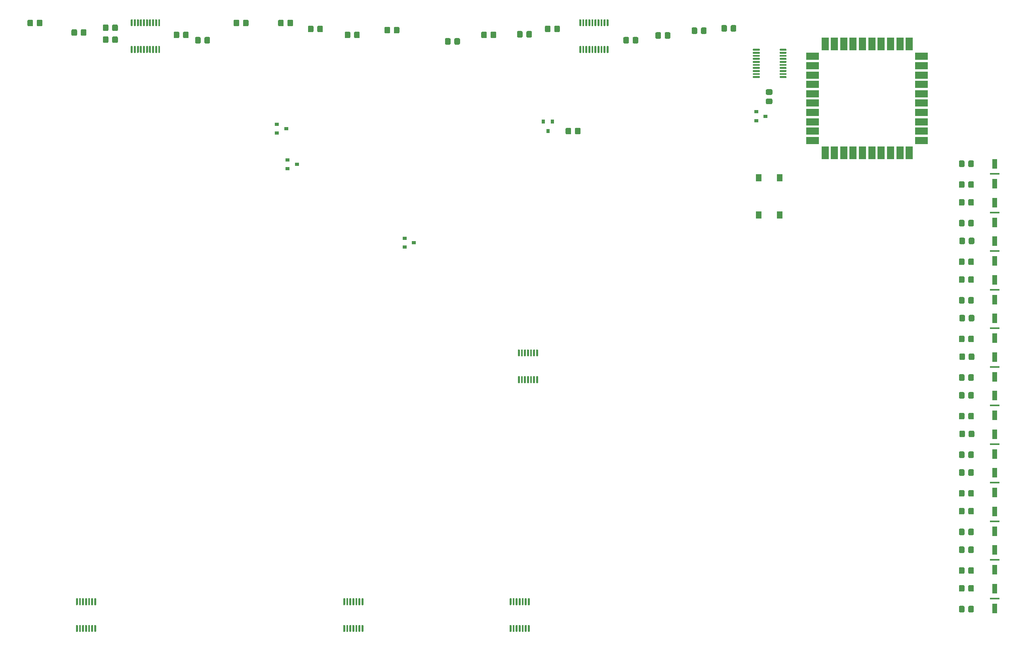
<source format=gbp>
G04 #@! TF.GenerationSoftware,KiCad,Pcbnew,(5.1.12)-1*
G04 #@! TF.CreationDate,2023-03-25T16:08:14+00:00*
G04 #@! TF.ProjectId,Decoder,4465636f-6465-4722-9e6b-696361645f70,1*
G04 #@! TF.SameCoordinates,Original*
G04 #@! TF.FileFunction,Paste,Bot*
G04 #@! TF.FilePolarity,Positive*
%FSLAX46Y46*%
G04 Gerber Fmt 4.6, Leading zero omitted, Abs format (unit mm)*
G04 Created by KiCad (PCBNEW (5.1.12)-1) date 2023-03-25 16:08:14*
%MOMM*%
%LPD*%
G01*
G04 APERTURE LIST*
%ADD10R,0.900000X0.800000*%
%ADD11R,0.800000X0.900000*%
%ADD12R,1.300000X1.550000*%
%ADD13R,2.800000X1.500000*%
%ADD14R,1.500000X2.800000*%
%ADD15R,2.000000X0.350000*%
%ADD16R,1.000000X2.000000*%
G04 APERTURE END LIST*
G04 #@! TO.C,R902*
G36*
G01*
X223390000Y-22028999D02*
X223390000Y-22929001D01*
G75*
G02*
X223140001Y-23179000I-249999J0D01*
G01*
X222439999Y-23179000D01*
G75*
G02*
X222190000Y-22929001I0J249999D01*
G01*
X222190000Y-22028999D01*
G75*
G02*
X222439999Y-21779000I249999J0D01*
G01*
X223140001Y-21779000D01*
G75*
G02*
X223390000Y-22028999I0J-249999D01*
G01*
G37*
G36*
G01*
X225390000Y-22028999D02*
X225390000Y-22929001D01*
G75*
G02*
X225140001Y-23179000I-249999J0D01*
G01*
X224439999Y-23179000D01*
G75*
G02*
X224190000Y-22929001I0J249999D01*
G01*
X224190000Y-22028999D01*
G75*
G02*
X224439999Y-21779000I249999J0D01*
G01*
X225140001Y-21779000D01*
G75*
G02*
X225390000Y-22028999I0J-249999D01*
G01*
G37*
G04 #@! TD*
D10*
G04 #@! TO.C,Q905*
X129143000Y-43942000D03*
X127143000Y-42992000D03*
X127143000Y-44892000D03*
G04 #@! TD*
G04 #@! TO.C,Q904*
X156448000Y-68326000D03*
X154448000Y-67376000D03*
X154448000Y-69276000D03*
G04 #@! TD*
G04 #@! TO.C,Q903*
X131429000Y-51562000D03*
X129429000Y-50612000D03*
X129429000Y-52512000D03*
G04 #@! TD*
D11*
G04 #@! TO.C,Q902*
X185100000Y-44434000D03*
X186050000Y-42434000D03*
X184150000Y-42434000D03*
G04 #@! TD*
D10*
G04 #@! TO.C,Q901*
X231632000Y-41275000D03*
X229632000Y-40325000D03*
X229632000Y-42225000D03*
G04 #@! TD*
G04 #@! TO.C,U982*
G36*
G01*
X234662000Y-32997000D02*
X234662000Y-32797000D01*
G75*
G02*
X234762000Y-32697000I100000J0D01*
G01*
X236037000Y-32697000D01*
G75*
G02*
X236137000Y-32797000I0J-100000D01*
G01*
X236137000Y-32997000D01*
G75*
G02*
X236037000Y-33097000I-100000J0D01*
G01*
X234762000Y-33097000D01*
G75*
G02*
X234662000Y-32997000I0J100000D01*
G01*
G37*
G36*
G01*
X234662000Y-32347000D02*
X234662000Y-32147000D01*
G75*
G02*
X234762000Y-32047000I100000J0D01*
G01*
X236037000Y-32047000D01*
G75*
G02*
X236137000Y-32147000I0J-100000D01*
G01*
X236137000Y-32347000D01*
G75*
G02*
X236037000Y-32447000I-100000J0D01*
G01*
X234762000Y-32447000D01*
G75*
G02*
X234662000Y-32347000I0J100000D01*
G01*
G37*
G36*
G01*
X234662000Y-31697000D02*
X234662000Y-31497000D01*
G75*
G02*
X234762000Y-31397000I100000J0D01*
G01*
X236037000Y-31397000D01*
G75*
G02*
X236137000Y-31497000I0J-100000D01*
G01*
X236137000Y-31697000D01*
G75*
G02*
X236037000Y-31797000I-100000J0D01*
G01*
X234762000Y-31797000D01*
G75*
G02*
X234662000Y-31697000I0J100000D01*
G01*
G37*
G36*
G01*
X234662000Y-31047000D02*
X234662000Y-30847000D01*
G75*
G02*
X234762000Y-30747000I100000J0D01*
G01*
X236037000Y-30747000D01*
G75*
G02*
X236137000Y-30847000I0J-100000D01*
G01*
X236137000Y-31047000D01*
G75*
G02*
X236037000Y-31147000I-100000J0D01*
G01*
X234762000Y-31147000D01*
G75*
G02*
X234662000Y-31047000I0J100000D01*
G01*
G37*
G36*
G01*
X234662000Y-30397000D02*
X234662000Y-30197000D01*
G75*
G02*
X234762000Y-30097000I100000J0D01*
G01*
X236037000Y-30097000D01*
G75*
G02*
X236137000Y-30197000I0J-100000D01*
G01*
X236137000Y-30397000D01*
G75*
G02*
X236037000Y-30497000I-100000J0D01*
G01*
X234762000Y-30497000D01*
G75*
G02*
X234662000Y-30397000I0J100000D01*
G01*
G37*
G36*
G01*
X234662000Y-29747000D02*
X234662000Y-29547000D01*
G75*
G02*
X234762000Y-29447000I100000J0D01*
G01*
X236037000Y-29447000D01*
G75*
G02*
X236137000Y-29547000I0J-100000D01*
G01*
X236137000Y-29747000D01*
G75*
G02*
X236037000Y-29847000I-100000J0D01*
G01*
X234762000Y-29847000D01*
G75*
G02*
X234662000Y-29747000I0J100000D01*
G01*
G37*
G36*
G01*
X234662000Y-29097000D02*
X234662000Y-28897000D01*
G75*
G02*
X234762000Y-28797000I100000J0D01*
G01*
X236037000Y-28797000D01*
G75*
G02*
X236137000Y-28897000I0J-100000D01*
G01*
X236137000Y-29097000D01*
G75*
G02*
X236037000Y-29197000I-100000J0D01*
G01*
X234762000Y-29197000D01*
G75*
G02*
X234662000Y-29097000I0J100000D01*
G01*
G37*
G36*
G01*
X234662000Y-28447000D02*
X234662000Y-28247000D01*
G75*
G02*
X234762000Y-28147000I100000J0D01*
G01*
X236037000Y-28147000D01*
G75*
G02*
X236137000Y-28247000I0J-100000D01*
G01*
X236137000Y-28447000D01*
G75*
G02*
X236037000Y-28547000I-100000J0D01*
G01*
X234762000Y-28547000D01*
G75*
G02*
X234662000Y-28447000I0J100000D01*
G01*
G37*
G36*
G01*
X234662000Y-27797000D02*
X234662000Y-27597000D01*
G75*
G02*
X234762000Y-27497000I100000J0D01*
G01*
X236037000Y-27497000D01*
G75*
G02*
X236137000Y-27597000I0J-100000D01*
G01*
X236137000Y-27797000D01*
G75*
G02*
X236037000Y-27897000I-100000J0D01*
G01*
X234762000Y-27897000D01*
G75*
G02*
X234662000Y-27797000I0J100000D01*
G01*
G37*
G36*
G01*
X234662000Y-27147000D02*
X234662000Y-26947000D01*
G75*
G02*
X234762000Y-26847000I100000J0D01*
G01*
X236037000Y-26847000D01*
G75*
G02*
X236137000Y-26947000I0J-100000D01*
G01*
X236137000Y-27147000D01*
G75*
G02*
X236037000Y-27247000I-100000J0D01*
G01*
X234762000Y-27247000D01*
G75*
G02*
X234662000Y-27147000I0J100000D01*
G01*
G37*
G36*
G01*
X228937000Y-27147000D02*
X228937000Y-26947000D01*
G75*
G02*
X229037000Y-26847000I100000J0D01*
G01*
X230312000Y-26847000D01*
G75*
G02*
X230412000Y-26947000I0J-100000D01*
G01*
X230412000Y-27147000D01*
G75*
G02*
X230312000Y-27247000I-100000J0D01*
G01*
X229037000Y-27247000D01*
G75*
G02*
X228937000Y-27147000I0J100000D01*
G01*
G37*
G36*
G01*
X228937000Y-27797000D02*
X228937000Y-27597000D01*
G75*
G02*
X229037000Y-27497000I100000J0D01*
G01*
X230312000Y-27497000D01*
G75*
G02*
X230412000Y-27597000I0J-100000D01*
G01*
X230412000Y-27797000D01*
G75*
G02*
X230312000Y-27897000I-100000J0D01*
G01*
X229037000Y-27897000D01*
G75*
G02*
X228937000Y-27797000I0J100000D01*
G01*
G37*
G36*
G01*
X228937000Y-28447000D02*
X228937000Y-28247000D01*
G75*
G02*
X229037000Y-28147000I100000J0D01*
G01*
X230312000Y-28147000D01*
G75*
G02*
X230412000Y-28247000I0J-100000D01*
G01*
X230412000Y-28447000D01*
G75*
G02*
X230312000Y-28547000I-100000J0D01*
G01*
X229037000Y-28547000D01*
G75*
G02*
X228937000Y-28447000I0J100000D01*
G01*
G37*
G36*
G01*
X228937000Y-29097000D02*
X228937000Y-28897000D01*
G75*
G02*
X229037000Y-28797000I100000J0D01*
G01*
X230312000Y-28797000D01*
G75*
G02*
X230412000Y-28897000I0J-100000D01*
G01*
X230412000Y-29097000D01*
G75*
G02*
X230312000Y-29197000I-100000J0D01*
G01*
X229037000Y-29197000D01*
G75*
G02*
X228937000Y-29097000I0J100000D01*
G01*
G37*
G36*
G01*
X228937000Y-29747000D02*
X228937000Y-29547000D01*
G75*
G02*
X229037000Y-29447000I100000J0D01*
G01*
X230312000Y-29447000D01*
G75*
G02*
X230412000Y-29547000I0J-100000D01*
G01*
X230412000Y-29747000D01*
G75*
G02*
X230312000Y-29847000I-100000J0D01*
G01*
X229037000Y-29847000D01*
G75*
G02*
X228937000Y-29747000I0J100000D01*
G01*
G37*
G36*
G01*
X228937000Y-30397000D02*
X228937000Y-30197000D01*
G75*
G02*
X229037000Y-30097000I100000J0D01*
G01*
X230312000Y-30097000D01*
G75*
G02*
X230412000Y-30197000I0J-100000D01*
G01*
X230412000Y-30397000D01*
G75*
G02*
X230312000Y-30497000I-100000J0D01*
G01*
X229037000Y-30497000D01*
G75*
G02*
X228937000Y-30397000I0J100000D01*
G01*
G37*
G36*
G01*
X228937000Y-31047000D02*
X228937000Y-30847000D01*
G75*
G02*
X229037000Y-30747000I100000J0D01*
G01*
X230312000Y-30747000D01*
G75*
G02*
X230412000Y-30847000I0J-100000D01*
G01*
X230412000Y-31047000D01*
G75*
G02*
X230312000Y-31147000I-100000J0D01*
G01*
X229037000Y-31147000D01*
G75*
G02*
X228937000Y-31047000I0J100000D01*
G01*
G37*
G36*
G01*
X228937000Y-31697000D02*
X228937000Y-31497000D01*
G75*
G02*
X229037000Y-31397000I100000J0D01*
G01*
X230312000Y-31397000D01*
G75*
G02*
X230412000Y-31497000I0J-100000D01*
G01*
X230412000Y-31697000D01*
G75*
G02*
X230312000Y-31797000I-100000J0D01*
G01*
X229037000Y-31797000D01*
G75*
G02*
X228937000Y-31697000I0J100000D01*
G01*
G37*
G36*
G01*
X228937000Y-32347000D02*
X228937000Y-32147000D01*
G75*
G02*
X229037000Y-32047000I100000J0D01*
G01*
X230312000Y-32047000D01*
G75*
G02*
X230412000Y-32147000I0J-100000D01*
G01*
X230412000Y-32347000D01*
G75*
G02*
X230312000Y-32447000I-100000J0D01*
G01*
X229037000Y-32447000D01*
G75*
G02*
X228937000Y-32347000I0J100000D01*
G01*
G37*
G36*
G01*
X228937000Y-32997000D02*
X228937000Y-32797000D01*
G75*
G02*
X229037000Y-32697000I100000J0D01*
G01*
X230312000Y-32697000D01*
G75*
G02*
X230412000Y-32797000I0J-100000D01*
G01*
X230412000Y-32997000D01*
G75*
G02*
X230312000Y-33097000I-100000J0D01*
G01*
X229037000Y-33097000D01*
G75*
G02*
X228937000Y-32997000I0J100000D01*
G01*
G37*
G04 #@! TD*
D12*
G04 #@! TO.C,SW981*
X234660000Y-62395000D03*
X230160000Y-62395000D03*
X230160000Y-54445000D03*
X234660000Y-54445000D03*
G04 #@! TD*
G04 #@! TO.C,U902*
G36*
G01*
X102085000Y-22005000D02*
X101885000Y-22005000D01*
G75*
G02*
X101785000Y-21905000I0J100000D01*
G01*
X101785000Y-20630000D01*
G75*
G02*
X101885000Y-20530000I100000J0D01*
G01*
X102085000Y-20530000D01*
G75*
G02*
X102185000Y-20630000I0J-100000D01*
G01*
X102185000Y-21905000D01*
G75*
G02*
X102085000Y-22005000I-100000J0D01*
G01*
G37*
G36*
G01*
X101435000Y-22005000D02*
X101235000Y-22005000D01*
G75*
G02*
X101135000Y-21905000I0J100000D01*
G01*
X101135000Y-20630000D01*
G75*
G02*
X101235000Y-20530000I100000J0D01*
G01*
X101435000Y-20530000D01*
G75*
G02*
X101535000Y-20630000I0J-100000D01*
G01*
X101535000Y-21905000D01*
G75*
G02*
X101435000Y-22005000I-100000J0D01*
G01*
G37*
G36*
G01*
X100785000Y-22005000D02*
X100585000Y-22005000D01*
G75*
G02*
X100485000Y-21905000I0J100000D01*
G01*
X100485000Y-20630000D01*
G75*
G02*
X100585000Y-20530000I100000J0D01*
G01*
X100785000Y-20530000D01*
G75*
G02*
X100885000Y-20630000I0J-100000D01*
G01*
X100885000Y-21905000D01*
G75*
G02*
X100785000Y-22005000I-100000J0D01*
G01*
G37*
G36*
G01*
X100135000Y-22005000D02*
X99935000Y-22005000D01*
G75*
G02*
X99835000Y-21905000I0J100000D01*
G01*
X99835000Y-20630000D01*
G75*
G02*
X99935000Y-20530000I100000J0D01*
G01*
X100135000Y-20530000D01*
G75*
G02*
X100235000Y-20630000I0J-100000D01*
G01*
X100235000Y-21905000D01*
G75*
G02*
X100135000Y-22005000I-100000J0D01*
G01*
G37*
G36*
G01*
X99485000Y-22005000D02*
X99285000Y-22005000D01*
G75*
G02*
X99185000Y-21905000I0J100000D01*
G01*
X99185000Y-20630000D01*
G75*
G02*
X99285000Y-20530000I100000J0D01*
G01*
X99485000Y-20530000D01*
G75*
G02*
X99585000Y-20630000I0J-100000D01*
G01*
X99585000Y-21905000D01*
G75*
G02*
X99485000Y-22005000I-100000J0D01*
G01*
G37*
G36*
G01*
X98835000Y-22005000D02*
X98635000Y-22005000D01*
G75*
G02*
X98535000Y-21905000I0J100000D01*
G01*
X98535000Y-20630000D01*
G75*
G02*
X98635000Y-20530000I100000J0D01*
G01*
X98835000Y-20530000D01*
G75*
G02*
X98935000Y-20630000I0J-100000D01*
G01*
X98935000Y-21905000D01*
G75*
G02*
X98835000Y-22005000I-100000J0D01*
G01*
G37*
G36*
G01*
X98185000Y-22005000D02*
X97985000Y-22005000D01*
G75*
G02*
X97885000Y-21905000I0J100000D01*
G01*
X97885000Y-20630000D01*
G75*
G02*
X97985000Y-20530000I100000J0D01*
G01*
X98185000Y-20530000D01*
G75*
G02*
X98285000Y-20630000I0J-100000D01*
G01*
X98285000Y-21905000D01*
G75*
G02*
X98185000Y-22005000I-100000J0D01*
G01*
G37*
G36*
G01*
X97535000Y-22005000D02*
X97335000Y-22005000D01*
G75*
G02*
X97235000Y-21905000I0J100000D01*
G01*
X97235000Y-20630000D01*
G75*
G02*
X97335000Y-20530000I100000J0D01*
G01*
X97535000Y-20530000D01*
G75*
G02*
X97635000Y-20630000I0J-100000D01*
G01*
X97635000Y-21905000D01*
G75*
G02*
X97535000Y-22005000I-100000J0D01*
G01*
G37*
G36*
G01*
X96885000Y-22005000D02*
X96685000Y-22005000D01*
G75*
G02*
X96585000Y-21905000I0J100000D01*
G01*
X96585000Y-20630000D01*
G75*
G02*
X96685000Y-20530000I100000J0D01*
G01*
X96885000Y-20530000D01*
G75*
G02*
X96985000Y-20630000I0J-100000D01*
G01*
X96985000Y-21905000D01*
G75*
G02*
X96885000Y-22005000I-100000J0D01*
G01*
G37*
G36*
G01*
X96235000Y-22005000D02*
X96035000Y-22005000D01*
G75*
G02*
X95935000Y-21905000I0J100000D01*
G01*
X95935000Y-20630000D01*
G75*
G02*
X96035000Y-20530000I100000J0D01*
G01*
X96235000Y-20530000D01*
G75*
G02*
X96335000Y-20630000I0J-100000D01*
G01*
X96335000Y-21905000D01*
G75*
G02*
X96235000Y-22005000I-100000J0D01*
G01*
G37*
G36*
G01*
X96235000Y-27730000D02*
X96035000Y-27730000D01*
G75*
G02*
X95935000Y-27630000I0J100000D01*
G01*
X95935000Y-26355000D01*
G75*
G02*
X96035000Y-26255000I100000J0D01*
G01*
X96235000Y-26255000D01*
G75*
G02*
X96335000Y-26355000I0J-100000D01*
G01*
X96335000Y-27630000D01*
G75*
G02*
X96235000Y-27730000I-100000J0D01*
G01*
G37*
G36*
G01*
X96885000Y-27730000D02*
X96685000Y-27730000D01*
G75*
G02*
X96585000Y-27630000I0J100000D01*
G01*
X96585000Y-26355000D01*
G75*
G02*
X96685000Y-26255000I100000J0D01*
G01*
X96885000Y-26255000D01*
G75*
G02*
X96985000Y-26355000I0J-100000D01*
G01*
X96985000Y-27630000D01*
G75*
G02*
X96885000Y-27730000I-100000J0D01*
G01*
G37*
G36*
G01*
X97535000Y-27730000D02*
X97335000Y-27730000D01*
G75*
G02*
X97235000Y-27630000I0J100000D01*
G01*
X97235000Y-26355000D01*
G75*
G02*
X97335000Y-26255000I100000J0D01*
G01*
X97535000Y-26255000D01*
G75*
G02*
X97635000Y-26355000I0J-100000D01*
G01*
X97635000Y-27630000D01*
G75*
G02*
X97535000Y-27730000I-100000J0D01*
G01*
G37*
G36*
G01*
X98185000Y-27730000D02*
X97985000Y-27730000D01*
G75*
G02*
X97885000Y-27630000I0J100000D01*
G01*
X97885000Y-26355000D01*
G75*
G02*
X97985000Y-26255000I100000J0D01*
G01*
X98185000Y-26255000D01*
G75*
G02*
X98285000Y-26355000I0J-100000D01*
G01*
X98285000Y-27630000D01*
G75*
G02*
X98185000Y-27730000I-100000J0D01*
G01*
G37*
G36*
G01*
X98835000Y-27730000D02*
X98635000Y-27730000D01*
G75*
G02*
X98535000Y-27630000I0J100000D01*
G01*
X98535000Y-26355000D01*
G75*
G02*
X98635000Y-26255000I100000J0D01*
G01*
X98835000Y-26255000D01*
G75*
G02*
X98935000Y-26355000I0J-100000D01*
G01*
X98935000Y-27630000D01*
G75*
G02*
X98835000Y-27730000I-100000J0D01*
G01*
G37*
G36*
G01*
X99485000Y-27730000D02*
X99285000Y-27730000D01*
G75*
G02*
X99185000Y-27630000I0J100000D01*
G01*
X99185000Y-26355000D01*
G75*
G02*
X99285000Y-26255000I100000J0D01*
G01*
X99485000Y-26255000D01*
G75*
G02*
X99585000Y-26355000I0J-100000D01*
G01*
X99585000Y-27630000D01*
G75*
G02*
X99485000Y-27730000I-100000J0D01*
G01*
G37*
G36*
G01*
X100135000Y-27730000D02*
X99935000Y-27730000D01*
G75*
G02*
X99835000Y-27630000I0J100000D01*
G01*
X99835000Y-26355000D01*
G75*
G02*
X99935000Y-26255000I100000J0D01*
G01*
X100135000Y-26255000D01*
G75*
G02*
X100235000Y-26355000I0J-100000D01*
G01*
X100235000Y-27630000D01*
G75*
G02*
X100135000Y-27730000I-100000J0D01*
G01*
G37*
G36*
G01*
X100785000Y-27730000D02*
X100585000Y-27730000D01*
G75*
G02*
X100485000Y-27630000I0J100000D01*
G01*
X100485000Y-26355000D01*
G75*
G02*
X100585000Y-26255000I100000J0D01*
G01*
X100785000Y-26255000D01*
G75*
G02*
X100885000Y-26355000I0J-100000D01*
G01*
X100885000Y-27630000D01*
G75*
G02*
X100785000Y-27730000I-100000J0D01*
G01*
G37*
G36*
G01*
X101435000Y-27730000D02*
X101235000Y-27730000D01*
G75*
G02*
X101135000Y-27630000I0J100000D01*
G01*
X101135000Y-26355000D01*
G75*
G02*
X101235000Y-26255000I100000J0D01*
G01*
X101435000Y-26255000D01*
G75*
G02*
X101535000Y-26355000I0J-100000D01*
G01*
X101535000Y-27630000D01*
G75*
G02*
X101435000Y-27730000I-100000J0D01*
G01*
G37*
G36*
G01*
X102085000Y-27730000D02*
X101885000Y-27730000D01*
G75*
G02*
X101785000Y-27630000I0J100000D01*
G01*
X101785000Y-26355000D01*
G75*
G02*
X101885000Y-26255000I100000J0D01*
G01*
X102085000Y-26255000D01*
G75*
G02*
X102185000Y-26355000I0J-100000D01*
G01*
X102185000Y-27630000D01*
G75*
G02*
X102085000Y-27730000I-100000J0D01*
G01*
G37*
G04 #@! TD*
G04 #@! TO.C,U901*
G36*
G01*
X197970000Y-22005000D02*
X197770000Y-22005000D01*
G75*
G02*
X197670000Y-21905000I0J100000D01*
G01*
X197670000Y-20630000D01*
G75*
G02*
X197770000Y-20530000I100000J0D01*
G01*
X197970000Y-20530000D01*
G75*
G02*
X198070000Y-20630000I0J-100000D01*
G01*
X198070000Y-21905000D01*
G75*
G02*
X197970000Y-22005000I-100000J0D01*
G01*
G37*
G36*
G01*
X197320000Y-22005000D02*
X197120000Y-22005000D01*
G75*
G02*
X197020000Y-21905000I0J100000D01*
G01*
X197020000Y-20630000D01*
G75*
G02*
X197120000Y-20530000I100000J0D01*
G01*
X197320000Y-20530000D01*
G75*
G02*
X197420000Y-20630000I0J-100000D01*
G01*
X197420000Y-21905000D01*
G75*
G02*
X197320000Y-22005000I-100000J0D01*
G01*
G37*
G36*
G01*
X196670000Y-22005000D02*
X196470000Y-22005000D01*
G75*
G02*
X196370000Y-21905000I0J100000D01*
G01*
X196370000Y-20630000D01*
G75*
G02*
X196470000Y-20530000I100000J0D01*
G01*
X196670000Y-20530000D01*
G75*
G02*
X196770000Y-20630000I0J-100000D01*
G01*
X196770000Y-21905000D01*
G75*
G02*
X196670000Y-22005000I-100000J0D01*
G01*
G37*
G36*
G01*
X196020000Y-22005000D02*
X195820000Y-22005000D01*
G75*
G02*
X195720000Y-21905000I0J100000D01*
G01*
X195720000Y-20630000D01*
G75*
G02*
X195820000Y-20530000I100000J0D01*
G01*
X196020000Y-20530000D01*
G75*
G02*
X196120000Y-20630000I0J-100000D01*
G01*
X196120000Y-21905000D01*
G75*
G02*
X196020000Y-22005000I-100000J0D01*
G01*
G37*
G36*
G01*
X195370000Y-22005000D02*
X195170000Y-22005000D01*
G75*
G02*
X195070000Y-21905000I0J100000D01*
G01*
X195070000Y-20630000D01*
G75*
G02*
X195170000Y-20530000I100000J0D01*
G01*
X195370000Y-20530000D01*
G75*
G02*
X195470000Y-20630000I0J-100000D01*
G01*
X195470000Y-21905000D01*
G75*
G02*
X195370000Y-22005000I-100000J0D01*
G01*
G37*
G36*
G01*
X194720000Y-22005000D02*
X194520000Y-22005000D01*
G75*
G02*
X194420000Y-21905000I0J100000D01*
G01*
X194420000Y-20630000D01*
G75*
G02*
X194520000Y-20530000I100000J0D01*
G01*
X194720000Y-20530000D01*
G75*
G02*
X194820000Y-20630000I0J-100000D01*
G01*
X194820000Y-21905000D01*
G75*
G02*
X194720000Y-22005000I-100000J0D01*
G01*
G37*
G36*
G01*
X194070000Y-22005000D02*
X193870000Y-22005000D01*
G75*
G02*
X193770000Y-21905000I0J100000D01*
G01*
X193770000Y-20630000D01*
G75*
G02*
X193870000Y-20530000I100000J0D01*
G01*
X194070000Y-20530000D01*
G75*
G02*
X194170000Y-20630000I0J-100000D01*
G01*
X194170000Y-21905000D01*
G75*
G02*
X194070000Y-22005000I-100000J0D01*
G01*
G37*
G36*
G01*
X193420000Y-22005000D02*
X193220000Y-22005000D01*
G75*
G02*
X193120000Y-21905000I0J100000D01*
G01*
X193120000Y-20630000D01*
G75*
G02*
X193220000Y-20530000I100000J0D01*
G01*
X193420000Y-20530000D01*
G75*
G02*
X193520000Y-20630000I0J-100000D01*
G01*
X193520000Y-21905000D01*
G75*
G02*
X193420000Y-22005000I-100000J0D01*
G01*
G37*
G36*
G01*
X192770000Y-22005000D02*
X192570000Y-22005000D01*
G75*
G02*
X192470000Y-21905000I0J100000D01*
G01*
X192470000Y-20630000D01*
G75*
G02*
X192570000Y-20530000I100000J0D01*
G01*
X192770000Y-20530000D01*
G75*
G02*
X192870000Y-20630000I0J-100000D01*
G01*
X192870000Y-21905000D01*
G75*
G02*
X192770000Y-22005000I-100000J0D01*
G01*
G37*
G36*
G01*
X192120000Y-22005000D02*
X191920000Y-22005000D01*
G75*
G02*
X191820000Y-21905000I0J100000D01*
G01*
X191820000Y-20630000D01*
G75*
G02*
X191920000Y-20530000I100000J0D01*
G01*
X192120000Y-20530000D01*
G75*
G02*
X192220000Y-20630000I0J-100000D01*
G01*
X192220000Y-21905000D01*
G75*
G02*
X192120000Y-22005000I-100000J0D01*
G01*
G37*
G36*
G01*
X192120000Y-27730000D02*
X191920000Y-27730000D01*
G75*
G02*
X191820000Y-27630000I0J100000D01*
G01*
X191820000Y-26355000D01*
G75*
G02*
X191920000Y-26255000I100000J0D01*
G01*
X192120000Y-26255000D01*
G75*
G02*
X192220000Y-26355000I0J-100000D01*
G01*
X192220000Y-27630000D01*
G75*
G02*
X192120000Y-27730000I-100000J0D01*
G01*
G37*
G36*
G01*
X192770000Y-27730000D02*
X192570000Y-27730000D01*
G75*
G02*
X192470000Y-27630000I0J100000D01*
G01*
X192470000Y-26355000D01*
G75*
G02*
X192570000Y-26255000I100000J0D01*
G01*
X192770000Y-26255000D01*
G75*
G02*
X192870000Y-26355000I0J-100000D01*
G01*
X192870000Y-27630000D01*
G75*
G02*
X192770000Y-27730000I-100000J0D01*
G01*
G37*
G36*
G01*
X193420000Y-27730000D02*
X193220000Y-27730000D01*
G75*
G02*
X193120000Y-27630000I0J100000D01*
G01*
X193120000Y-26355000D01*
G75*
G02*
X193220000Y-26255000I100000J0D01*
G01*
X193420000Y-26255000D01*
G75*
G02*
X193520000Y-26355000I0J-100000D01*
G01*
X193520000Y-27630000D01*
G75*
G02*
X193420000Y-27730000I-100000J0D01*
G01*
G37*
G36*
G01*
X194070000Y-27730000D02*
X193870000Y-27730000D01*
G75*
G02*
X193770000Y-27630000I0J100000D01*
G01*
X193770000Y-26355000D01*
G75*
G02*
X193870000Y-26255000I100000J0D01*
G01*
X194070000Y-26255000D01*
G75*
G02*
X194170000Y-26355000I0J-100000D01*
G01*
X194170000Y-27630000D01*
G75*
G02*
X194070000Y-27730000I-100000J0D01*
G01*
G37*
G36*
G01*
X194720000Y-27730000D02*
X194520000Y-27730000D01*
G75*
G02*
X194420000Y-27630000I0J100000D01*
G01*
X194420000Y-26355000D01*
G75*
G02*
X194520000Y-26255000I100000J0D01*
G01*
X194720000Y-26255000D01*
G75*
G02*
X194820000Y-26355000I0J-100000D01*
G01*
X194820000Y-27630000D01*
G75*
G02*
X194720000Y-27730000I-100000J0D01*
G01*
G37*
G36*
G01*
X195370000Y-27730000D02*
X195170000Y-27730000D01*
G75*
G02*
X195070000Y-27630000I0J100000D01*
G01*
X195070000Y-26355000D01*
G75*
G02*
X195170000Y-26255000I100000J0D01*
G01*
X195370000Y-26255000D01*
G75*
G02*
X195470000Y-26355000I0J-100000D01*
G01*
X195470000Y-27630000D01*
G75*
G02*
X195370000Y-27730000I-100000J0D01*
G01*
G37*
G36*
G01*
X196020000Y-27730000D02*
X195820000Y-27730000D01*
G75*
G02*
X195720000Y-27630000I0J100000D01*
G01*
X195720000Y-26355000D01*
G75*
G02*
X195820000Y-26255000I100000J0D01*
G01*
X196020000Y-26255000D01*
G75*
G02*
X196120000Y-26355000I0J-100000D01*
G01*
X196120000Y-27630000D01*
G75*
G02*
X196020000Y-27730000I-100000J0D01*
G01*
G37*
G36*
G01*
X196670000Y-27730000D02*
X196470000Y-27730000D01*
G75*
G02*
X196370000Y-27630000I0J100000D01*
G01*
X196370000Y-26355000D01*
G75*
G02*
X196470000Y-26255000I100000J0D01*
G01*
X196670000Y-26255000D01*
G75*
G02*
X196770000Y-26355000I0J-100000D01*
G01*
X196770000Y-27630000D01*
G75*
G02*
X196670000Y-27730000I-100000J0D01*
G01*
G37*
G36*
G01*
X197320000Y-27730000D02*
X197120000Y-27730000D01*
G75*
G02*
X197020000Y-27630000I0J100000D01*
G01*
X197020000Y-26355000D01*
G75*
G02*
X197120000Y-26255000I100000J0D01*
G01*
X197320000Y-26255000D01*
G75*
G02*
X197420000Y-26355000I0J-100000D01*
G01*
X197420000Y-27630000D01*
G75*
G02*
X197320000Y-27730000I-100000J0D01*
G01*
G37*
G36*
G01*
X197970000Y-27730000D02*
X197770000Y-27730000D01*
G75*
G02*
X197670000Y-27630000I0J100000D01*
G01*
X197670000Y-26355000D01*
G75*
G02*
X197770000Y-26255000I100000J0D01*
G01*
X197970000Y-26255000D01*
G75*
G02*
X198070000Y-26355000I0J-100000D01*
G01*
X198070000Y-27630000D01*
G75*
G02*
X197970000Y-27730000I-100000J0D01*
G01*
G37*
G04 #@! TD*
G04 #@! TO.C,R921*
G36*
G01*
X75822000Y-21786001D02*
X75822000Y-20885999D01*
G75*
G02*
X76071999Y-20636000I249999J0D01*
G01*
X76772001Y-20636000D01*
G75*
G02*
X77022000Y-20885999I0J-249999D01*
G01*
X77022000Y-21786001D01*
G75*
G02*
X76772001Y-22036000I-249999J0D01*
G01*
X76071999Y-22036000D01*
G75*
G02*
X75822000Y-21786001I0J249999D01*
G01*
G37*
G36*
G01*
X73822000Y-21786001D02*
X73822000Y-20885999D01*
G75*
G02*
X74071999Y-20636000I249999J0D01*
G01*
X74772001Y-20636000D01*
G75*
G02*
X75022000Y-20885999I0J-249999D01*
G01*
X75022000Y-21786001D01*
G75*
G02*
X74772001Y-22036000I-249999J0D01*
G01*
X74071999Y-22036000D01*
G75*
G02*
X73822000Y-21786001I0J249999D01*
G01*
G37*
G04 #@! TD*
G04 #@! TO.C,R920*
G36*
G01*
X91951000Y-22802001D02*
X91951000Y-21901999D01*
G75*
G02*
X92200999Y-21652000I249999J0D01*
G01*
X92901001Y-21652000D01*
G75*
G02*
X93151000Y-21901999I0J-249999D01*
G01*
X93151000Y-22802001D01*
G75*
G02*
X92901001Y-23052000I-249999J0D01*
G01*
X92200999Y-23052000D01*
G75*
G02*
X91951000Y-22802001I0J249999D01*
G01*
G37*
G36*
G01*
X89951000Y-22802001D02*
X89951000Y-21901999D01*
G75*
G02*
X90200999Y-21652000I249999J0D01*
G01*
X90901001Y-21652000D01*
G75*
G02*
X91151000Y-21901999I0J-249999D01*
G01*
X91151000Y-22802001D01*
G75*
G02*
X90901001Y-23052000I-249999J0D01*
G01*
X90200999Y-23052000D01*
G75*
G02*
X89951000Y-22802001I0J249999D01*
G01*
G37*
G04 #@! TD*
G04 #@! TO.C,R919*
G36*
G01*
X85236000Y-23818001D02*
X85236000Y-22917999D01*
G75*
G02*
X85485999Y-22668000I249999J0D01*
G01*
X86186001Y-22668000D01*
G75*
G02*
X86436000Y-22917999I0J-249999D01*
G01*
X86436000Y-23818001D01*
G75*
G02*
X86186001Y-24068000I-249999J0D01*
G01*
X85485999Y-24068000D01*
G75*
G02*
X85236000Y-23818001I0J249999D01*
G01*
G37*
G36*
G01*
X83236000Y-23818001D02*
X83236000Y-22917999D01*
G75*
G02*
X83485999Y-22668000I249999J0D01*
G01*
X84186001Y-22668000D01*
G75*
G02*
X84436000Y-22917999I0J-249999D01*
G01*
X84436000Y-23818001D01*
G75*
G02*
X84186001Y-24068000I-249999J0D01*
G01*
X83485999Y-24068000D01*
G75*
G02*
X83236000Y-23818001I0J249999D01*
G01*
G37*
G04 #@! TD*
G04 #@! TO.C,R918*
G36*
G01*
X91951000Y-25342001D02*
X91951000Y-24441999D01*
G75*
G02*
X92200999Y-24192000I249999J0D01*
G01*
X92901001Y-24192000D01*
G75*
G02*
X93151000Y-24441999I0J-249999D01*
G01*
X93151000Y-25342001D01*
G75*
G02*
X92901001Y-25592000I-249999J0D01*
G01*
X92200999Y-25592000D01*
G75*
G02*
X91951000Y-25342001I0J249999D01*
G01*
G37*
G36*
G01*
X89951000Y-25342001D02*
X89951000Y-24441999D01*
G75*
G02*
X90200999Y-24192000I249999J0D01*
G01*
X90901001Y-24192000D01*
G75*
G02*
X91151000Y-24441999I0J-249999D01*
G01*
X91151000Y-25342001D01*
G75*
G02*
X90901001Y-25592000I-249999J0D01*
G01*
X90200999Y-25592000D01*
G75*
G02*
X89951000Y-25342001I0J249999D01*
G01*
G37*
G04 #@! TD*
G04 #@! TO.C,R917*
G36*
G01*
X110868000Y-24568999D02*
X110868000Y-25469001D01*
G75*
G02*
X110618001Y-25719000I-249999J0D01*
G01*
X109917999Y-25719000D01*
G75*
G02*
X109668000Y-25469001I0J249999D01*
G01*
X109668000Y-24568999D01*
G75*
G02*
X109917999Y-24319000I249999J0D01*
G01*
X110618001Y-24319000D01*
G75*
G02*
X110868000Y-24568999I0J-249999D01*
G01*
G37*
G36*
G01*
X112868000Y-24568999D02*
X112868000Y-25469001D01*
G75*
G02*
X112618001Y-25719000I-249999J0D01*
G01*
X111917999Y-25719000D01*
G75*
G02*
X111668000Y-25469001I0J249999D01*
G01*
X111668000Y-24568999D01*
G75*
G02*
X111917999Y-24319000I249999J0D01*
G01*
X112618001Y-24319000D01*
G75*
G02*
X112868000Y-24568999I0J-249999D01*
G01*
G37*
G04 #@! TD*
G04 #@! TO.C,R916*
G36*
G01*
X106296000Y-23425999D02*
X106296000Y-24326001D01*
G75*
G02*
X106046001Y-24576000I-249999J0D01*
G01*
X105345999Y-24576000D01*
G75*
G02*
X105096000Y-24326001I0J249999D01*
G01*
X105096000Y-23425999D01*
G75*
G02*
X105345999Y-23176000I249999J0D01*
G01*
X106046001Y-23176000D01*
G75*
G02*
X106296000Y-23425999I0J-249999D01*
G01*
G37*
G36*
G01*
X108296000Y-23425999D02*
X108296000Y-24326001D01*
G75*
G02*
X108046001Y-24576000I-249999J0D01*
G01*
X107345999Y-24576000D01*
G75*
G02*
X107096000Y-24326001I0J249999D01*
G01*
X107096000Y-23425999D01*
G75*
G02*
X107345999Y-23176000I249999J0D01*
G01*
X108046001Y-23176000D01*
G75*
G02*
X108296000Y-23425999I0J-249999D01*
G01*
G37*
G04 #@! TD*
G04 #@! TO.C,R915*
G36*
G01*
X142872000Y-23425999D02*
X142872000Y-24326001D01*
G75*
G02*
X142622001Y-24576000I-249999J0D01*
G01*
X141921999Y-24576000D01*
G75*
G02*
X141672000Y-24326001I0J249999D01*
G01*
X141672000Y-23425999D01*
G75*
G02*
X141921999Y-23176000I249999J0D01*
G01*
X142622001Y-23176000D01*
G75*
G02*
X142872000Y-23425999I0J-249999D01*
G01*
G37*
G36*
G01*
X144872000Y-23425999D02*
X144872000Y-24326001D01*
G75*
G02*
X144622001Y-24576000I-249999J0D01*
G01*
X143921999Y-24576000D01*
G75*
G02*
X143672000Y-24326001I0J249999D01*
G01*
X143672000Y-23425999D01*
G75*
G02*
X143921999Y-23176000I249999J0D01*
G01*
X144622001Y-23176000D01*
G75*
G02*
X144872000Y-23425999I0J-249999D01*
G01*
G37*
G04 #@! TD*
G04 #@! TO.C,R914*
G36*
G01*
X134998000Y-22155999D02*
X134998000Y-23056001D01*
G75*
G02*
X134748001Y-23306000I-249999J0D01*
G01*
X134047999Y-23306000D01*
G75*
G02*
X133798000Y-23056001I0J249999D01*
G01*
X133798000Y-22155999D01*
G75*
G02*
X134047999Y-21906000I249999J0D01*
G01*
X134748001Y-21906000D01*
G75*
G02*
X134998000Y-22155999I0J-249999D01*
G01*
G37*
G36*
G01*
X136998000Y-22155999D02*
X136998000Y-23056001D01*
G75*
G02*
X136748001Y-23306000I-249999J0D01*
G01*
X136047999Y-23306000D01*
G75*
G02*
X135798000Y-23056001I0J249999D01*
G01*
X135798000Y-22155999D01*
G75*
G02*
X136047999Y-21906000I249999J0D01*
G01*
X136748001Y-21906000D01*
G75*
G02*
X136998000Y-22155999I0J-249999D01*
G01*
G37*
G04 #@! TD*
G04 #@! TO.C,R913*
G36*
G01*
X119107000Y-20885999D02*
X119107000Y-21786001D01*
G75*
G02*
X118857001Y-22036000I-249999J0D01*
G01*
X118156999Y-22036000D01*
G75*
G02*
X117907000Y-21786001I0J249999D01*
G01*
X117907000Y-20885999D01*
G75*
G02*
X118156999Y-20636000I249999J0D01*
G01*
X118857001Y-20636000D01*
G75*
G02*
X119107000Y-20885999I0J-249999D01*
G01*
G37*
G36*
G01*
X121107000Y-20885999D02*
X121107000Y-21786001D01*
G75*
G02*
X120857001Y-22036000I-249999J0D01*
G01*
X120156999Y-22036000D01*
G75*
G02*
X119907000Y-21786001I0J249999D01*
G01*
X119907000Y-20885999D01*
G75*
G02*
X120156999Y-20636000I249999J0D01*
G01*
X120857001Y-20636000D01*
G75*
G02*
X121107000Y-20885999I0J-249999D01*
G01*
G37*
G04 #@! TD*
G04 #@! TO.C,R912*
G36*
G01*
X151365000Y-22409999D02*
X151365000Y-23310001D01*
G75*
G02*
X151115001Y-23560000I-249999J0D01*
G01*
X150414999Y-23560000D01*
G75*
G02*
X150165000Y-23310001I0J249999D01*
G01*
X150165000Y-22409999D01*
G75*
G02*
X150414999Y-22160000I249999J0D01*
G01*
X151115001Y-22160000D01*
G75*
G02*
X151365000Y-22409999I0J-249999D01*
G01*
G37*
G36*
G01*
X153365000Y-22409999D02*
X153365000Y-23310001D01*
G75*
G02*
X153115001Y-23560000I-249999J0D01*
G01*
X152414999Y-23560000D01*
G75*
G02*
X152165000Y-23310001I0J249999D01*
G01*
X152165000Y-22409999D01*
G75*
G02*
X152414999Y-22160000I249999J0D01*
G01*
X153115001Y-22160000D01*
G75*
G02*
X153365000Y-22409999I0J-249999D01*
G01*
G37*
G04 #@! TD*
G04 #@! TO.C,R911*
G36*
G01*
X180502000Y-24199001D02*
X180502000Y-23298999D01*
G75*
G02*
X180751999Y-23049000I249999J0D01*
G01*
X181452001Y-23049000D01*
G75*
G02*
X181702000Y-23298999I0J-249999D01*
G01*
X181702000Y-24199001D01*
G75*
G02*
X181452001Y-24449000I-249999J0D01*
G01*
X180751999Y-24449000D01*
G75*
G02*
X180502000Y-24199001I0J249999D01*
G01*
G37*
G36*
G01*
X178502000Y-24199001D02*
X178502000Y-23298999D01*
G75*
G02*
X178751999Y-23049000I249999J0D01*
G01*
X179452001Y-23049000D01*
G75*
G02*
X179702000Y-23298999I0J-249999D01*
G01*
X179702000Y-24199001D01*
G75*
G02*
X179452001Y-24449000I-249999J0D01*
G01*
X178751999Y-24449000D01*
G75*
G02*
X178502000Y-24199001I0J249999D01*
G01*
G37*
G04 #@! TD*
G04 #@! TO.C,R910*
G36*
G01*
X128616000Y-20885999D02*
X128616000Y-21786001D01*
G75*
G02*
X128366001Y-22036000I-249999J0D01*
G01*
X127665999Y-22036000D01*
G75*
G02*
X127416000Y-21786001I0J249999D01*
G01*
X127416000Y-20885999D01*
G75*
G02*
X127665999Y-20636000I249999J0D01*
G01*
X128366001Y-20636000D01*
G75*
G02*
X128616000Y-20885999I0J-249999D01*
G01*
G37*
G36*
G01*
X130616000Y-20885999D02*
X130616000Y-21786001D01*
G75*
G02*
X130366001Y-22036000I-249999J0D01*
G01*
X129665999Y-22036000D01*
G75*
G02*
X129416000Y-21786001I0J249999D01*
G01*
X129416000Y-20885999D01*
G75*
G02*
X129665999Y-20636000I249999J0D01*
G01*
X130366001Y-20636000D01*
G75*
G02*
X130616000Y-20885999I0J-249999D01*
G01*
G37*
G04 #@! TD*
G04 #@! TO.C,R909*
G36*
G01*
X190884000Y-44900001D02*
X190884000Y-43999999D01*
G75*
G02*
X191133999Y-43750000I249999J0D01*
G01*
X191834001Y-43750000D01*
G75*
G02*
X192084000Y-43999999I0J-249999D01*
G01*
X192084000Y-44900001D01*
G75*
G02*
X191834001Y-45150000I-249999J0D01*
G01*
X191133999Y-45150000D01*
G75*
G02*
X190884000Y-44900001I0J249999D01*
G01*
G37*
G36*
G01*
X188884000Y-44900001D02*
X188884000Y-43999999D01*
G75*
G02*
X189133999Y-43750000I249999J0D01*
G01*
X189834001Y-43750000D01*
G75*
G02*
X190084000Y-43999999I0J-249999D01*
G01*
X190084000Y-44900001D01*
G75*
G02*
X189834001Y-45150000I-249999J0D01*
G01*
X189133999Y-45150000D01*
G75*
G02*
X188884000Y-44900001I0J249999D01*
G01*
G37*
G04 #@! TD*
G04 #@! TO.C,R908*
G36*
G01*
X186471000Y-23056001D02*
X186471000Y-22155999D01*
G75*
G02*
X186720999Y-21906000I249999J0D01*
G01*
X187421001Y-21906000D01*
G75*
G02*
X187671000Y-22155999I0J-249999D01*
G01*
X187671000Y-23056001D01*
G75*
G02*
X187421001Y-23306000I-249999J0D01*
G01*
X186720999Y-23306000D01*
G75*
G02*
X186471000Y-23056001I0J249999D01*
G01*
G37*
G36*
G01*
X184471000Y-23056001D02*
X184471000Y-22155999D01*
G75*
G02*
X184720999Y-21906000I249999J0D01*
G01*
X185421001Y-21906000D01*
G75*
G02*
X185671000Y-22155999I0J-249999D01*
G01*
X185671000Y-23056001D01*
G75*
G02*
X185421001Y-23306000I-249999J0D01*
G01*
X184720999Y-23306000D01*
G75*
G02*
X184471000Y-23056001I0J249999D01*
G01*
G37*
G04 #@! TD*
G04 #@! TO.C,R907*
G36*
G01*
X172850000Y-24326001D02*
X172850000Y-23425999D01*
G75*
G02*
X173099999Y-23176000I249999J0D01*
G01*
X173800001Y-23176000D01*
G75*
G02*
X174050000Y-23425999I0J-249999D01*
G01*
X174050000Y-24326001D01*
G75*
G02*
X173800001Y-24576000I-249999J0D01*
G01*
X173099999Y-24576000D01*
G75*
G02*
X172850000Y-24326001I0J249999D01*
G01*
G37*
G36*
G01*
X170850000Y-24326001D02*
X170850000Y-23425999D01*
G75*
G02*
X171099999Y-23176000I249999J0D01*
G01*
X171800001Y-23176000D01*
G75*
G02*
X172050000Y-23425999I0J-249999D01*
G01*
X172050000Y-24326001D01*
G75*
G02*
X171800001Y-24576000I-249999J0D01*
G01*
X171099999Y-24576000D01*
G75*
G02*
X170850000Y-24326001I0J249999D01*
G01*
G37*
G04 #@! TD*
G04 #@! TO.C,R906*
G36*
G01*
X165103000Y-25723001D02*
X165103000Y-24822999D01*
G75*
G02*
X165352999Y-24573000I249999J0D01*
G01*
X166053001Y-24573000D01*
G75*
G02*
X166303000Y-24822999I0J-249999D01*
G01*
X166303000Y-25723001D01*
G75*
G02*
X166053001Y-25973000I-249999J0D01*
G01*
X165352999Y-25973000D01*
G75*
G02*
X165103000Y-25723001I0J249999D01*
G01*
G37*
G36*
G01*
X163103000Y-25723001D02*
X163103000Y-24822999D01*
G75*
G02*
X163352999Y-24573000I249999J0D01*
G01*
X164053001Y-24573000D01*
G75*
G02*
X164303000Y-24822999I0J-249999D01*
G01*
X164303000Y-25723001D01*
G75*
G02*
X164053001Y-25973000I-249999J0D01*
G01*
X163352999Y-25973000D01*
G75*
G02*
X163103000Y-25723001I0J249999D01*
G01*
G37*
G04 #@! TD*
G04 #@! TO.C,R905*
G36*
G01*
X209293000Y-23552999D02*
X209293000Y-24453001D01*
G75*
G02*
X209043001Y-24703000I-249999J0D01*
G01*
X208342999Y-24703000D01*
G75*
G02*
X208093000Y-24453001I0J249999D01*
G01*
X208093000Y-23552999D01*
G75*
G02*
X208342999Y-23303000I249999J0D01*
G01*
X209043001Y-23303000D01*
G75*
G02*
X209293000Y-23552999I0J-249999D01*
G01*
G37*
G36*
G01*
X211293000Y-23552999D02*
X211293000Y-24453001D01*
G75*
G02*
X211043001Y-24703000I-249999J0D01*
G01*
X210342999Y-24703000D01*
G75*
G02*
X210093000Y-24453001I0J249999D01*
G01*
X210093000Y-23552999D01*
G75*
G02*
X210342999Y-23303000I249999J0D01*
G01*
X211043001Y-23303000D01*
G75*
G02*
X211293000Y-23552999I0J-249999D01*
G01*
G37*
G04 #@! TD*
G04 #@! TO.C,R904*
G36*
G01*
X217040000Y-22536999D02*
X217040000Y-23437001D01*
G75*
G02*
X216790001Y-23687000I-249999J0D01*
G01*
X216089999Y-23687000D01*
G75*
G02*
X215840000Y-23437001I0J249999D01*
G01*
X215840000Y-22536999D01*
G75*
G02*
X216089999Y-22287000I249999J0D01*
G01*
X216790001Y-22287000D01*
G75*
G02*
X217040000Y-22536999I0J-249999D01*
G01*
G37*
G36*
G01*
X219040000Y-22536999D02*
X219040000Y-23437001D01*
G75*
G02*
X218790001Y-23687000I-249999J0D01*
G01*
X218089999Y-23687000D01*
G75*
G02*
X217840000Y-23437001I0J249999D01*
G01*
X217840000Y-22536999D01*
G75*
G02*
X218089999Y-22287000I249999J0D01*
G01*
X218790001Y-22287000D01*
G75*
G02*
X219040000Y-22536999I0J-249999D01*
G01*
G37*
G04 #@! TD*
G04 #@! TO.C,R903*
G36*
G01*
X202435000Y-24568999D02*
X202435000Y-25469001D01*
G75*
G02*
X202185001Y-25719000I-249999J0D01*
G01*
X201484999Y-25719000D01*
G75*
G02*
X201235000Y-25469001I0J249999D01*
G01*
X201235000Y-24568999D01*
G75*
G02*
X201484999Y-24319000I249999J0D01*
G01*
X202185001Y-24319000D01*
G75*
G02*
X202435000Y-24568999I0J-249999D01*
G01*
G37*
G36*
G01*
X204435000Y-24568999D02*
X204435000Y-25469001D01*
G75*
G02*
X204185001Y-25719000I-249999J0D01*
G01*
X203484999Y-25719000D01*
G75*
G02*
X203235000Y-25469001I0J249999D01*
G01*
X203235000Y-24568999D01*
G75*
G02*
X203484999Y-24319000I249999J0D01*
G01*
X204185001Y-24319000D01*
G75*
G02*
X204435000Y-24568999I0J-249999D01*
G01*
G37*
G04 #@! TD*
G04 #@! TO.C,R901*
G36*
G01*
X232860001Y-36700000D02*
X231959999Y-36700000D01*
G75*
G02*
X231710000Y-36450001I0J249999D01*
G01*
X231710000Y-35749999D01*
G75*
G02*
X231959999Y-35500000I249999J0D01*
G01*
X232860001Y-35500000D01*
G75*
G02*
X233110000Y-35749999I0J-249999D01*
G01*
X233110000Y-36450001D01*
G75*
G02*
X232860001Y-36700000I-249999J0D01*
G01*
G37*
G36*
G01*
X232860001Y-38700000D02*
X231959999Y-38700000D01*
G75*
G02*
X231710000Y-38450001I0J249999D01*
G01*
X231710000Y-37749999D01*
G75*
G02*
X231959999Y-37500000I249999J0D01*
G01*
X232860001Y-37500000D01*
G75*
G02*
X233110000Y-37749999I0J-249999D01*
G01*
X233110000Y-38450001D01*
G75*
G02*
X232860001Y-38700000I-249999J0D01*
G01*
G37*
G04 #@! TD*
D13*
G04 #@! TO.C,U981*
X265015000Y-46465000D03*
X265015000Y-44465000D03*
X265015000Y-42465000D03*
X265015000Y-40465000D03*
X265015000Y-38465000D03*
X265015000Y-36465000D03*
X265015000Y-34465000D03*
X265015000Y-32465000D03*
X265015000Y-30465000D03*
X265015000Y-28465000D03*
D14*
X262365000Y-25815000D03*
X260365000Y-25815000D03*
X258365000Y-25815000D03*
X256365000Y-25815000D03*
X254365000Y-25815000D03*
X252365000Y-25815000D03*
X250365000Y-25815000D03*
X248365000Y-25815000D03*
X246365000Y-25815000D03*
X244365000Y-25815000D03*
D13*
X241715000Y-28465000D03*
X241715000Y-30465000D03*
X241715000Y-32465000D03*
X241715000Y-34465000D03*
X241715000Y-36465000D03*
X241715000Y-38465000D03*
X241715000Y-40465000D03*
X241715000Y-42465000D03*
X241715000Y-44465000D03*
X241715000Y-46465000D03*
D14*
X244365000Y-49115000D03*
X246365000Y-49115000D03*
X248365000Y-49115000D03*
X250365000Y-49115000D03*
X252365000Y-49115000D03*
X254365000Y-49115000D03*
X256365000Y-49115000D03*
X258365000Y-49115000D03*
X260365000Y-49115000D03*
X262365000Y-49115000D03*
G04 #@! TD*
G04 #@! TO.C,U944*
G36*
G01*
X177020000Y-150080000D02*
X177220000Y-150080000D01*
G75*
G02*
X177320000Y-150180000I0J-100000D01*
G01*
X177320000Y-151455000D01*
G75*
G02*
X177220000Y-151555000I-100000J0D01*
G01*
X177020000Y-151555000D01*
G75*
G02*
X176920000Y-151455000I0J100000D01*
G01*
X176920000Y-150180000D01*
G75*
G02*
X177020000Y-150080000I100000J0D01*
G01*
G37*
G36*
G01*
X177670000Y-150080000D02*
X177870000Y-150080000D01*
G75*
G02*
X177970000Y-150180000I0J-100000D01*
G01*
X177970000Y-151455000D01*
G75*
G02*
X177870000Y-151555000I-100000J0D01*
G01*
X177670000Y-151555000D01*
G75*
G02*
X177570000Y-151455000I0J100000D01*
G01*
X177570000Y-150180000D01*
G75*
G02*
X177670000Y-150080000I100000J0D01*
G01*
G37*
G36*
G01*
X178320000Y-150080000D02*
X178520000Y-150080000D01*
G75*
G02*
X178620000Y-150180000I0J-100000D01*
G01*
X178620000Y-151455000D01*
G75*
G02*
X178520000Y-151555000I-100000J0D01*
G01*
X178320000Y-151555000D01*
G75*
G02*
X178220000Y-151455000I0J100000D01*
G01*
X178220000Y-150180000D01*
G75*
G02*
X178320000Y-150080000I100000J0D01*
G01*
G37*
G36*
G01*
X178970000Y-150080000D02*
X179170000Y-150080000D01*
G75*
G02*
X179270000Y-150180000I0J-100000D01*
G01*
X179270000Y-151455000D01*
G75*
G02*
X179170000Y-151555000I-100000J0D01*
G01*
X178970000Y-151555000D01*
G75*
G02*
X178870000Y-151455000I0J100000D01*
G01*
X178870000Y-150180000D01*
G75*
G02*
X178970000Y-150080000I100000J0D01*
G01*
G37*
G36*
G01*
X179620000Y-150080000D02*
X179820000Y-150080000D01*
G75*
G02*
X179920000Y-150180000I0J-100000D01*
G01*
X179920000Y-151455000D01*
G75*
G02*
X179820000Y-151555000I-100000J0D01*
G01*
X179620000Y-151555000D01*
G75*
G02*
X179520000Y-151455000I0J100000D01*
G01*
X179520000Y-150180000D01*
G75*
G02*
X179620000Y-150080000I100000J0D01*
G01*
G37*
G36*
G01*
X180270000Y-150080000D02*
X180470000Y-150080000D01*
G75*
G02*
X180570000Y-150180000I0J-100000D01*
G01*
X180570000Y-151455000D01*
G75*
G02*
X180470000Y-151555000I-100000J0D01*
G01*
X180270000Y-151555000D01*
G75*
G02*
X180170000Y-151455000I0J100000D01*
G01*
X180170000Y-150180000D01*
G75*
G02*
X180270000Y-150080000I100000J0D01*
G01*
G37*
G36*
G01*
X180920000Y-150080000D02*
X181120000Y-150080000D01*
G75*
G02*
X181220000Y-150180000I0J-100000D01*
G01*
X181220000Y-151455000D01*
G75*
G02*
X181120000Y-151555000I-100000J0D01*
G01*
X180920000Y-151555000D01*
G75*
G02*
X180820000Y-151455000I0J100000D01*
G01*
X180820000Y-150180000D01*
G75*
G02*
X180920000Y-150080000I100000J0D01*
G01*
G37*
G36*
G01*
X180920000Y-144355000D02*
X181120000Y-144355000D01*
G75*
G02*
X181220000Y-144455000I0J-100000D01*
G01*
X181220000Y-145730000D01*
G75*
G02*
X181120000Y-145830000I-100000J0D01*
G01*
X180920000Y-145830000D01*
G75*
G02*
X180820000Y-145730000I0J100000D01*
G01*
X180820000Y-144455000D01*
G75*
G02*
X180920000Y-144355000I100000J0D01*
G01*
G37*
G36*
G01*
X180270000Y-144355000D02*
X180470000Y-144355000D01*
G75*
G02*
X180570000Y-144455000I0J-100000D01*
G01*
X180570000Y-145730000D01*
G75*
G02*
X180470000Y-145830000I-100000J0D01*
G01*
X180270000Y-145830000D01*
G75*
G02*
X180170000Y-145730000I0J100000D01*
G01*
X180170000Y-144455000D01*
G75*
G02*
X180270000Y-144355000I100000J0D01*
G01*
G37*
G36*
G01*
X179620000Y-144355000D02*
X179820000Y-144355000D01*
G75*
G02*
X179920000Y-144455000I0J-100000D01*
G01*
X179920000Y-145730000D01*
G75*
G02*
X179820000Y-145830000I-100000J0D01*
G01*
X179620000Y-145830000D01*
G75*
G02*
X179520000Y-145730000I0J100000D01*
G01*
X179520000Y-144455000D01*
G75*
G02*
X179620000Y-144355000I100000J0D01*
G01*
G37*
G36*
G01*
X178970000Y-144355000D02*
X179170000Y-144355000D01*
G75*
G02*
X179270000Y-144455000I0J-100000D01*
G01*
X179270000Y-145730000D01*
G75*
G02*
X179170000Y-145830000I-100000J0D01*
G01*
X178970000Y-145830000D01*
G75*
G02*
X178870000Y-145730000I0J100000D01*
G01*
X178870000Y-144455000D01*
G75*
G02*
X178970000Y-144355000I100000J0D01*
G01*
G37*
G36*
G01*
X178320000Y-144355000D02*
X178520000Y-144355000D01*
G75*
G02*
X178620000Y-144455000I0J-100000D01*
G01*
X178620000Y-145730000D01*
G75*
G02*
X178520000Y-145830000I-100000J0D01*
G01*
X178320000Y-145830000D01*
G75*
G02*
X178220000Y-145730000I0J100000D01*
G01*
X178220000Y-144455000D01*
G75*
G02*
X178320000Y-144355000I100000J0D01*
G01*
G37*
G36*
G01*
X177670000Y-144355000D02*
X177870000Y-144355000D01*
G75*
G02*
X177970000Y-144455000I0J-100000D01*
G01*
X177970000Y-145730000D01*
G75*
G02*
X177870000Y-145830000I-100000J0D01*
G01*
X177670000Y-145830000D01*
G75*
G02*
X177570000Y-145730000I0J100000D01*
G01*
X177570000Y-144455000D01*
G75*
G02*
X177670000Y-144355000I100000J0D01*
G01*
G37*
G36*
G01*
X177020000Y-144355000D02*
X177220000Y-144355000D01*
G75*
G02*
X177320000Y-144455000I0J-100000D01*
G01*
X177320000Y-145730000D01*
G75*
G02*
X177220000Y-145830000I-100000J0D01*
G01*
X177020000Y-145830000D01*
G75*
G02*
X176920000Y-145730000I0J100000D01*
G01*
X176920000Y-144455000D01*
G75*
G02*
X177020000Y-144355000I100000J0D01*
G01*
G37*
G04 #@! TD*
G04 #@! TO.C,U943*
G36*
G01*
X141460000Y-150080000D02*
X141660000Y-150080000D01*
G75*
G02*
X141760000Y-150180000I0J-100000D01*
G01*
X141760000Y-151455000D01*
G75*
G02*
X141660000Y-151555000I-100000J0D01*
G01*
X141460000Y-151555000D01*
G75*
G02*
X141360000Y-151455000I0J100000D01*
G01*
X141360000Y-150180000D01*
G75*
G02*
X141460000Y-150080000I100000J0D01*
G01*
G37*
G36*
G01*
X142110000Y-150080000D02*
X142310000Y-150080000D01*
G75*
G02*
X142410000Y-150180000I0J-100000D01*
G01*
X142410000Y-151455000D01*
G75*
G02*
X142310000Y-151555000I-100000J0D01*
G01*
X142110000Y-151555000D01*
G75*
G02*
X142010000Y-151455000I0J100000D01*
G01*
X142010000Y-150180000D01*
G75*
G02*
X142110000Y-150080000I100000J0D01*
G01*
G37*
G36*
G01*
X142760000Y-150080000D02*
X142960000Y-150080000D01*
G75*
G02*
X143060000Y-150180000I0J-100000D01*
G01*
X143060000Y-151455000D01*
G75*
G02*
X142960000Y-151555000I-100000J0D01*
G01*
X142760000Y-151555000D01*
G75*
G02*
X142660000Y-151455000I0J100000D01*
G01*
X142660000Y-150180000D01*
G75*
G02*
X142760000Y-150080000I100000J0D01*
G01*
G37*
G36*
G01*
X143410000Y-150080000D02*
X143610000Y-150080000D01*
G75*
G02*
X143710000Y-150180000I0J-100000D01*
G01*
X143710000Y-151455000D01*
G75*
G02*
X143610000Y-151555000I-100000J0D01*
G01*
X143410000Y-151555000D01*
G75*
G02*
X143310000Y-151455000I0J100000D01*
G01*
X143310000Y-150180000D01*
G75*
G02*
X143410000Y-150080000I100000J0D01*
G01*
G37*
G36*
G01*
X144060000Y-150080000D02*
X144260000Y-150080000D01*
G75*
G02*
X144360000Y-150180000I0J-100000D01*
G01*
X144360000Y-151455000D01*
G75*
G02*
X144260000Y-151555000I-100000J0D01*
G01*
X144060000Y-151555000D01*
G75*
G02*
X143960000Y-151455000I0J100000D01*
G01*
X143960000Y-150180000D01*
G75*
G02*
X144060000Y-150080000I100000J0D01*
G01*
G37*
G36*
G01*
X144710000Y-150080000D02*
X144910000Y-150080000D01*
G75*
G02*
X145010000Y-150180000I0J-100000D01*
G01*
X145010000Y-151455000D01*
G75*
G02*
X144910000Y-151555000I-100000J0D01*
G01*
X144710000Y-151555000D01*
G75*
G02*
X144610000Y-151455000I0J100000D01*
G01*
X144610000Y-150180000D01*
G75*
G02*
X144710000Y-150080000I100000J0D01*
G01*
G37*
G36*
G01*
X145360000Y-150080000D02*
X145560000Y-150080000D01*
G75*
G02*
X145660000Y-150180000I0J-100000D01*
G01*
X145660000Y-151455000D01*
G75*
G02*
X145560000Y-151555000I-100000J0D01*
G01*
X145360000Y-151555000D01*
G75*
G02*
X145260000Y-151455000I0J100000D01*
G01*
X145260000Y-150180000D01*
G75*
G02*
X145360000Y-150080000I100000J0D01*
G01*
G37*
G36*
G01*
X145360000Y-144355000D02*
X145560000Y-144355000D01*
G75*
G02*
X145660000Y-144455000I0J-100000D01*
G01*
X145660000Y-145730000D01*
G75*
G02*
X145560000Y-145830000I-100000J0D01*
G01*
X145360000Y-145830000D01*
G75*
G02*
X145260000Y-145730000I0J100000D01*
G01*
X145260000Y-144455000D01*
G75*
G02*
X145360000Y-144355000I100000J0D01*
G01*
G37*
G36*
G01*
X144710000Y-144355000D02*
X144910000Y-144355000D01*
G75*
G02*
X145010000Y-144455000I0J-100000D01*
G01*
X145010000Y-145730000D01*
G75*
G02*
X144910000Y-145830000I-100000J0D01*
G01*
X144710000Y-145830000D01*
G75*
G02*
X144610000Y-145730000I0J100000D01*
G01*
X144610000Y-144455000D01*
G75*
G02*
X144710000Y-144355000I100000J0D01*
G01*
G37*
G36*
G01*
X144060000Y-144355000D02*
X144260000Y-144355000D01*
G75*
G02*
X144360000Y-144455000I0J-100000D01*
G01*
X144360000Y-145730000D01*
G75*
G02*
X144260000Y-145830000I-100000J0D01*
G01*
X144060000Y-145830000D01*
G75*
G02*
X143960000Y-145730000I0J100000D01*
G01*
X143960000Y-144455000D01*
G75*
G02*
X144060000Y-144355000I100000J0D01*
G01*
G37*
G36*
G01*
X143410000Y-144355000D02*
X143610000Y-144355000D01*
G75*
G02*
X143710000Y-144455000I0J-100000D01*
G01*
X143710000Y-145730000D01*
G75*
G02*
X143610000Y-145830000I-100000J0D01*
G01*
X143410000Y-145830000D01*
G75*
G02*
X143310000Y-145730000I0J100000D01*
G01*
X143310000Y-144455000D01*
G75*
G02*
X143410000Y-144355000I100000J0D01*
G01*
G37*
G36*
G01*
X142760000Y-144355000D02*
X142960000Y-144355000D01*
G75*
G02*
X143060000Y-144455000I0J-100000D01*
G01*
X143060000Y-145730000D01*
G75*
G02*
X142960000Y-145830000I-100000J0D01*
G01*
X142760000Y-145830000D01*
G75*
G02*
X142660000Y-145730000I0J100000D01*
G01*
X142660000Y-144455000D01*
G75*
G02*
X142760000Y-144355000I100000J0D01*
G01*
G37*
G36*
G01*
X142110000Y-144355000D02*
X142310000Y-144355000D01*
G75*
G02*
X142410000Y-144455000I0J-100000D01*
G01*
X142410000Y-145730000D01*
G75*
G02*
X142310000Y-145830000I-100000J0D01*
G01*
X142110000Y-145830000D01*
G75*
G02*
X142010000Y-145730000I0J100000D01*
G01*
X142010000Y-144455000D01*
G75*
G02*
X142110000Y-144355000I100000J0D01*
G01*
G37*
G36*
G01*
X141460000Y-144355000D02*
X141660000Y-144355000D01*
G75*
G02*
X141760000Y-144455000I0J-100000D01*
G01*
X141760000Y-145730000D01*
G75*
G02*
X141660000Y-145830000I-100000J0D01*
G01*
X141460000Y-145830000D01*
G75*
G02*
X141360000Y-145730000I0J100000D01*
G01*
X141360000Y-144455000D01*
G75*
G02*
X141460000Y-144355000I100000J0D01*
G01*
G37*
G04 #@! TD*
G04 #@! TO.C,U942*
G36*
G01*
X84310000Y-150080000D02*
X84510000Y-150080000D01*
G75*
G02*
X84610000Y-150180000I0J-100000D01*
G01*
X84610000Y-151455000D01*
G75*
G02*
X84510000Y-151555000I-100000J0D01*
G01*
X84310000Y-151555000D01*
G75*
G02*
X84210000Y-151455000I0J100000D01*
G01*
X84210000Y-150180000D01*
G75*
G02*
X84310000Y-150080000I100000J0D01*
G01*
G37*
G36*
G01*
X84960000Y-150080000D02*
X85160000Y-150080000D01*
G75*
G02*
X85260000Y-150180000I0J-100000D01*
G01*
X85260000Y-151455000D01*
G75*
G02*
X85160000Y-151555000I-100000J0D01*
G01*
X84960000Y-151555000D01*
G75*
G02*
X84860000Y-151455000I0J100000D01*
G01*
X84860000Y-150180000D01*
G75*
G02*
X84960000Y-150080000I100000J0D01*
G01*
G37*
G36*
G01*
X85610000Y-150080000D02*
X85810000Y-150080000D01*
G75*
G02*
X85910000Y-150180000I0J-100000D01*
G01*
X85910000Y-151455000D01*
G75*
G02*
X85810000Y-151555000I-100000J0D01*
G01*
X85610000Y-151555000D01*
G75*
G02*
X85510000Y-151455000I0J100000D01*
G01*
X85510000Y-150180000D01*
G75*
G02*
X85610000Y-150080000I100000J0D01*
G01*
G37*
G36*
G01*
X86260000Y-150080000D02*
X86460000Y-150080000D01*
G75*
G02*
X86560000Y-150180000I0J-100000D01*
G01*
X86560000Y-151455000D01*
G75*
G02*
X86460000Y-151555000I-100000J0D01*
G01*
X86260000Y-151555000D01*
G75*
G02*
X86160000Y-151455000I0J100000D01*
G01*
X86160000Y-150180000D01*
G75*
G02*
X86260000Y-150080000I100000J0D01*
G01*
G37*
G36*
G01*
X86910000Y-150080000D02*
X87110000Y-150080000D01*
G75*
G02*
X87210000Y-150180000I0J-100000D01*
G01*
X87210000Y-151455000D01*
G75*
G02*
X87110000Y-151555000I-100000J0D01*
G01*
X86910000Y-151555000D01*
G75*
G02*
X86810000Y-151455000I0J100000D01*
G01*
X86810000Y-150180000D01*
G75*
G02*
X86910000Y-150080000I100000J0D01*
G01*
G37*
G36*
G01*
X87560000Y-150080000D02*
X87760000Y-150080000D01*
G75*
G02*
X87860000Y-150180000I0J-100000D01*
G01*
X87860000Y-151455000D01*
G75*
G02*
X87760000Y-151555000I-100000J0D01*
G01*
X87560000Y-151555000D01*
G75*
G02*
X87460000Y-151455000I0J100000D01*
G01*
X87460000Y-150180000D01*
G75*
G02*
X87560000Y-150080000I100000J0D01*
G01*
G37*
G36*
G01*
X88210000Y-150080000D02*
X88410000Y-150080000D01*
G75*
G02*
X88510000Y-150180000I0J-100000D01*
G01*
X88510000Y-151455000D01*
G75*
G02*
X88410000Y-151555000I-100000J0D01*
G01*
X88210000Y-151555000D01*
G75*
G02*
X88110000Y-151455000I0J100000D01*
G01*
X88110000Y-150180000D01*
G75*
G02*
X88210000Y-150080000I100000J0D01*
G01*
G37*
G36*
G01*
X88210000Y-144355000D02*
X88410000Y-144355000D01*
G75*
G02*
X88510000Y-144455000I0J-100000D01*
G01*
X88510000Y-145730000D01*
G75*
G02*
X88410000Y-145830000I-100000J0D01*
G01*
X88210000Y-145830000D01*
G75*
G02*
X88110000Y-145730000I0J100000D01*
G01*
X88110000Y-144455000D01*
G75*
G02*
X88210000Y-144355000I100000J0D01*
G01*
G37*
G36*
G01*
X87560000Y-144355000D02*
X87760000Y-144355000D01*
G75*
G02*
X87860000Y-144455000I0J-100000D01*
G01*
X87860000Y-145730000D01*
G75*
G02*
X87760000Y-145830000I-100000J0D01*
G01*
X87560000Y-145830000D01*
G75*
G02*
X87460000Y-145730000I0J100000D01*
G01*
X87460000Y-144455000D01*
G75*
G02*
X87560000Y-144355000I100000J0D01*
G01*
G37*
G36*
G01*
X86910000Y-144355000D02*
X87110000Y-144355000D01*
G75*
G02*
X87210000Y-144455000I0J-100000D01*
G01*
X87210000Y-145730000D01*
G75*
G02*
X87110000Y-145830000I-100000J0D01*
G01*
X86910000Y-145830000D01*
G75*
G02*
X86810000Y-145730000I0J100000D01*
G01*
X86810000Y-144455000D01*
G75*
G02*
X86910000Y-144355000I100000J0D01*
G01*
G37*
G36*
G01*
X86260000Y-144355000D02*
X86460000Y-144355000D01*
G75*
G02*
X86560000Y-144455000I0J-100000D01*
G01*
X86560000Y-145730000D01*
G75*
G02*
X86460000Y-145830000I-100000J0D01*
G01*
X86260000Y-145830000D01*
G75*
G02*
X86160000Y-145730000I0J100000D01*
G01*
X86160000Y-144455000D01*
G75*
G02*
X86260000Y-144355000I100000J0D01*
G01*
G37*
G36*
G01*
X85610000Y-144355000D02*
X85810000Y-144355000D01*
G75*
G02*
X85910000Y-144455000I0J-100000D01*
G01*
X85910000Y-145730000D01*
G75*
G02*
X85810000Y-145830000I-100000J0D01*
G01*
X85610000Y-145830000D01*
G75*
G02*
X85510000Y-145730000I0J100000D01*
G01*
X85510000Y-144455000D01*
G75*
G02*
X85610000Y-144355000I100000J0D01*
G01*
G37*
G36*
G01*
X84960000Y-144355000D02*
X85160000Y-144355000D01*
G75*
G02*
X85260000Y-144455000I0J-100000D01*
G01*
X85260000Y-145730000D01*
G75*
G02*
X85160000Y-145830000I-100000J0D01*
G01*
X84960000Y-145830000D01*
G75*
G02*
X84860000Y-145730000I0J100000D01*
G01*
X84860000Y-144455000D01*
G75*
G02*
X84960000Y-144355000I100000J0D01*
G01*
G37*
G36*
G01*
X84310000Y-144355000D02*
X84510000Y-144355000D01*
G75*
G02*
X84610000Y-144455000I0J-100000D01*
G01*
X84610000Y-145730000D01*
G75*
G02*
X84510000Y-145830000I-100000J0D01*
G01*
X84310000Y-145830000D01*
G75*
G02*
X84210000Y-145730000I0J100000D01*
G01*
X84210000Y-144455000D01*
G75*
G02*
X84310000Y-144355000I100000J0D01*
G01*
G37*
G04 #@! TD*
G04 #@! TO.C,U941*
G36*
G01*
X178798000Y-96867000D02*
X178998000Y-96867000D01*
G75*
G02*
X179098000Y-96967000I0J-100000D01*
G01*
X179098000Y-98242000D01*
G75*
G02*
X178998000Y-98342000I-100000J0D01*
G01*
X178798000Y-98342000D01*
G75*
G02*
X178698000Y-98242000I0J100000D01*
G01*
X178698000Y-96967000D01*
G75*
G02*
X178798000Y-96867000I100000J0D01*
G01*
G37*
G36*
G01*
X179448000Y-96867000D02*
X179648000Y-96867000D01*
G75*
G02*
X179748000Y-96967000I0J-100000D01*
G01*
X179748000Y-98242000D01*
G75*
G02*
X179648000Y-98342000I-100000J0D01*
G01*
X179448000Y-98342000D01*
G75*
G02*
X179348000Y-98242000I0J100000D01*
G01*
X179348000Y-96967000D01*
G75*
G02*
X179448000Y-96867000I100000J0D01*
G01*
G37*
G36*
G01*
X180098000Y-96867000D02*
X180298000Y-96867000D01*
G75*
G02*
X180398000Y-96967000I0J-100000D01*
G01*
X180398000Y-98242000D01*
G75*
G02*
X180298000Y-98342000I-100000J0D01*
G01*
X180098000Y-98342000D01*
G75*
G02*
X179998000Y-98242000I0J100000D01*
G01*
X179998000Y-96967000D01*
G75*
G02*
X180098000Y-96867000I100000J0D01*
G01*
G37*
G36*
G01*
X180748000Y-96867000D02*
X180948000Y-96867000D01*
G75*
G02*
X181048000Y-96967000I0J-100000D01*
G01*
X181048000Y-98242000D01*
G75*
G02*
X180948000Y-98342000I-100000J0D01*
G01*
X180748000Y-98342000D01*
G75*
G02*
X180648000Y-98242000I0J100000D01*
G01*
X180648000Y-96967000D01*
G75*
G02*
X180748000Y-96867000I100000J0D01*
G01*
G37*
G36*
G01*
X181398000Y-96867000D02*
X181598000Y-96867000D01*
G75*
G02*
X181698000Y-96967000I0J-100000D01*
G01*
X181698000Y-98242000D01*
G75*
G02*
X181598000Y-98342000I-100000J0D01*
G01*
X181398000Y-98342000D01*
G75*
G02*
X181298000Y-98242000I0J100000D01*
G01*
X181298000Y-96967000D01*
G75*
G02*
X181398000Y-96867000I100000J0D01*
G01*
G37*
G36*
G01*
X182048000Y-96867000D02*
X182248000Y-96867000D01*
G75*
G02*
X182348000Y-96967000I0J-100000D01*
G01*
X182348000Y-98242000D01*
G75*
G02*
X182248000Y-98342000I-100000J0D01*
G01*
X182048000Y-98342000D01*
G75*
G02*
X181948000Y-98242000I0J100000D01*
G01*
X181948000Y-96967000D01*
G75*
G02*
X182048000Y-96867000I100000J0D01*
G01*
G37*
G36*
G01*
X182698000Y-96867000D02*
X182898000Y-96867000D01*
G75*
G02*
X182998000Y-96967000I0J-100000D01*
G01*
X182998000Y-98242000D01*
G75*
G02*
X182898000Y-98342000I-100000J0D01*
G01*
X182698000Y-98342000D01*
G75*
G02*
X182598000Y-98242000I0J100000D01*
G01*
X182598000Y-96967000D01*
G75*
G02*
X182698000Y-96867000I100000J0D01*
G01*
G37*
G36*
G01*
X182698000Y-91142000D02*
X182898000Y-91142000D01*
G75*
G02*
X182998000Y-91242000I0J-100000D01*
G01*
X182998000Y-92517000D01*
G75*
G02*
X182898000Y-92617000I-100000J0D01*
G01*
X182698000Y-92617000D01*
G75*
G02*
X182598000Y-92517000I0J100000D01*
G01*
X182598000Y-91242000D01*
G75*
G02*
X182698000Y-91142000I100000J0D01*
G01*
G37*
G36*
G01*
X182048000Y-91142000D02*
X182248000Y-91142000D01*
G75*
G02*
X182348000Y-91242000I0J-100000D01*
G01*
X182348000Y-92517000D01*
G75*
G02*
X182248000Y-92617000I-100000J0D01*
G01*
X182048000Y-92617000D01*
G75*
G02*
X181948000Y-92517000I0J100000D01*
G01*
X181948000Y-91242000D01*
G75*
G02*
X182048000Y-91142000I100000J0D01*
G01*
G37*
G36*
G01*
X181398000Y-91142000D02*
X181598000Y-91142000D01*
G75*
G02*
X181698000Y-91242000I0J-100000D01*
G01*
X181698000Y-92517000D01*
G75*
G02*
X181598000Y-92617000I-100000J0D01*
G01*
X181398000Y-92617000D01*
G75*
G02*
X181298000Y-92517000I0J100000D01*
G01*
X181298000Y-91242000D01*
G75*
G02*
X181398000Y-91142000I100000J0D01*
G01*
G37*
G36*
G01*
X180748000Y-91142000D02*
X180948000Y-91142000D01*
G75*
G02*
X181048000Y-91242000I0J-100000D01*
G01*
X181048000Y-92517000D01*
G75*
G02*
X180948000Y-92617000I-100000J0D01*
G01*
X180748000Y-92617000D01*
G75*
G02*
X180648000Y-92517000I0J100000D01*
G01*
X180648000Y-91242000D01*
G75*
G02*
X180748000Y-91142000I100000J0D01*
G01*
G37*
G36*
G01*
X180098000Y-91142000D02*
X180298000Y-91142000D01*
G75*
G02*
X180398000Y-91242000I0J-100000D01*
G01*
X180398000Y-92517000D01*
G75*
G02*
X180298000Y-92617000I-100000J0D01*
G01*
X180098000Y-92617000D01*
G75*
G02*
X179998000Y-92517000I0J100000D01*
G01*
X179998000Y-91242000D01*
G75*
G02*
X180098000Y-91142000I100000J0D01*
G01*
G37*
G36*
G01*
X179448000Y-91142000D02*
X179648000Y-91142000D01*
G75*
G02*
X179748000Y-91242000I0J-100000D01*
G01*
X179748000Y-92517000D01*
G75*
G02*
X179648000Y-92617000I-100000J0D01*
G01*
X179448000Y-92617000D01*
G75*
G02*
X179348000Y-92517000I0J100000D01*
G01*
X179348000Y-91242000D01*
G75*
G02*
X179448000Y-91142000I100000J0D01*
G01*
G37*
G36*
G01*
X178798000Y-91142000D02*
X178998000Y-91142000D01*
G75*
G02*
X179098000Y-91242000I0J-100000D01*
G01*
X179098000Y-92517000D01*
G75*
G02*
X178998000Y-92617000I-100000J0D01*
G01*
X178798000Y-92617000D01*
G75*
G02*
X178698000Y-92517000I0J100000D01*
G01*
X178698000Y-91242000D01*
G75*
G02*
X178798000Y-91142000I100000J0D01*
G01*
G37*
G04 #@! TD*
G04 #@! TO.C,R964*
G36*
G01*
X274190000Y-113214999D02*
X274190000Y-114115001D01*
G75*
G02*
X273940001Y-114365000I-249999J0D01*
G01*
X273239999Y-114365000D01*
G75*
G02*
X272990000Y-114115001I0J249999D01*
G01*
X272990000Y-113214999D01*
G75*
G02*
X273239999Y-112965000I249999J0D01*
G01*
X273940001Y-112965000D01*
G75*
G02*
X274190000Y-113214999I0J-249999D01*
G01*
G37*
G36*
G01*
X276190000Y-113214999D02*
X276190000Y-114115001D01*
G75*
G02*
X275940001Y-114365000I-249999J0D01*
G01*
X275239999Y-114365000D01*
G75*
G02*
X274990000Y-114115001I0J249999D01*
G01*
X274990000Y-113214999D01*
G75*
G02*
X275239999Y-112965000I249999J0D01*
G01*
X275940001Y-112965000D01*
G75*
G02*
X276190000Y-113214999I0J-249999D01*
G01*
G37*
G04 #@! TD*
G04 #@! TO.C,R963*
G36*
G01*
X274190000Y-104959999D02*
X274190000Y-105860001D01*
G75*
G02*
X273940001Y-106110000I-249999J0D01*
G01*
X273239999Y-106110000D01*
G75*
G02*
X272990000Y-105860001I0J249999D01*
G01*
X272990000Y-104959999D01*
G75*
G02*
X273239999Y-104710000I249999J0D01*
G01*
X273940001Y-104710000D01*
G75*
G02*
X274190000Y-104959999I0J-249999D01*
G01*
G37*
G36*
G01*
X276190000Y-104959999D02*
X276190000Y-105860001D01*
G75*
G02*
X275940001Y-106110000I-249999J0D01*
G01*
X275239999Y-106110000D01*
G75*
G02*
X274990000Y-105860001I0J249999D01*
G01*
X274990000Y-104959999D01*
G75*
G02*
X275239999Y-104710000I249999J0D01*
G01*
X275940001Y-104710000D01*
G75*
G02*
X276190000Y-104959999I0J-249999D01*
G01*
G37*
G04 #@! TD*
G04 #@! TO.C,R962*
G36*
G01*
X274190000Y-96704999D02*
X274190000Y-97605001D01*
G75*
G02*
X273940001Y-97855000I-249999J0D01*
G01*
X273239999Y-97855000D01*
G75*
G02*
X272990000Y-97605001I0J249999D01*
G01*
X272990000Y-96704999D01*
G75*
G02*
X273239999Y-96455000I249999J0D01*
G01*
X273940001Y-96455000D01*
G75*
G02*
X274190000Y-96704999I0J-249999D01*
G01*
G37*
G36*
G01*
X276190000Y-96704999D02*
X276190000Y-97605001D01*
G75*
G02*
X275940001Y-97855000I-249999J0D01*
G01*
X275239999Y-97855000D01*
G75*
G02*
X274990000Y-97605001I0J249999D01*
G01*
X274990000Y-96704999D01*
G75*
G02*
X275239999Y-96455000I249999J0D01*
G01*
X275940001Y-96455000D01*
G75*
G02*
X276190000Y-96704999I0J-249999D01*
G01*
G37*
G04 #@! TD*
G04 #@! TO.C,R961*
G36*
G01*
X274190000Y-88449999D02*
X274190000Y-89350001D01*
G75*
G02*
X273940001Y-89600000I-249999J0D01*
G01*
X273239999Y-89600000D01*
G75*
G02*
X272990000Y-89350001I0J249999D01*
G01*
X272990000Y-88449999D01*
G75*
G02*
X273239999Y-88200000I249999J0D01*
G01*
X273940001Y-88200000D01*
G75*
G02*
X274190000Y-88449999I0J-249999D01*
G01*
G37*
G36*
G01*
X276190000Y-88449999D02*
X276190000Y-89350001D01*
G75*
G02*
X275940001Y-89600000I-249999J0D01*
G01*
X275239999Y-89600000D01*
G75*
G02*
X274990000Y-89350001I0J249999D01*
G01*
X274990000Y-88449999D01*
G75*
G02*
X275239999Y-88200000I249999J0D01*
G01*
X275940001Y-88200000D01*
G75*
G02*
X276190000Y-88449999I0J-249999D01*
G01*
G37*
G04 #@! TD*
G04 #@! TO.C,R960*
G36*
G01*
X274190000Y-80194999D02*
X274190000Y-81095001D01*
G75*
G02*
X273940001Y-81345000I-249999J0D01*
G01*
X273239999Y-81345000D01*
G75*
G02*
X272990000Y-81095001I0J249999D01*
G01*
X272990000Y-80194999D01*
G75*
G02*
X273239999Y-79945000I249999J0D01*
G01*
X273940001Y-79945000D01*
G75*
G02*
X274190000Y-80194999I0J-249999D01*
G01*
G37*
G36*
G01*
X276190000Y-80194999D02*
X276190000Y-81095001D01*
G75*
G02*
X275940001Y-81345000I-249999J0D01*
G01*
X275239999Y-81345000D01*
G75*
G02*
X274990000Y-81095001I0J249999D01*
G01*
X274990000Y-80194999D01*
G75*
G02*
X275239999Y-79945000I249999J0D01*
G01*
X275940001Y-79945000D01*
G75*
G02*
X276190000Y-80194999I0J-249999D01*
G01*
G37*
G04 #@! TD*
G04 #@! TO.C,R959*
G36*
G01*
X274190000Y-71939999D02*
X274190000Y-72840001D01*
G75*
G02*
X273940001Y-73090000I-249999J0D01*
G01*
X273239999Y-73090000D01*
G75*
G02*
X272990000Y-72840001I0J249999D01*
G01*
X272990000Y-71939999D01*
G75*
G02*
X273239999Y-71690000I249999J0D01*
G01*
X273940001Y-71690000D01*
G75*
G02*
X274190000Y-71939999I0J-249999D01*
G01*
G37*
G36*
G01*
X276190000Y-71939999D02*
X276190000Y-72840001D01*
G75*
G02*
X275940001Y-73090000I-249999J0D01*
G01*
X275239999Y-73090000D01*
G75*
G02*
X274990000Y-72840001I0J249999D01*
G01*
X274990000Y-71939999D01*
G75*
G02*
X275239999Y-71690000I249999J0D01*
G01*
X275940001Y-71690000D01*
G75*
G02*
X276190000Y-71939999I0J-249999D01*
G01*
G37*
G04 #@! TD*
G04 #@! TO.C,R958*
G36*
G01*
X274190000Y-63684999D02*
X274190000Y-64585001D01*
G75*
G02*
X273940001Y-64835000I-249999J0D01*
G01*
X273239999Y-64835000D01*
G75*
G02*
X272990000Y-64585001I0J249999D01*
G01*
X272990000Y-63684999D01*
G75*
G02*
X273239999Y-63435000I249999J0D01*
G01*
X273940001Y-63435000D01*
G75*
G02*
X274190000Y-63684999I0J-249999D01*
G01*
G37*
G36*
G01*
X276190000Y-63684999D02*
X276190000Y-64585001D01*
G75*
G02*
X275940001Y-64835000I-249999J0D01*
G01*
X275239999Y-64835000D01*
G75*
G02*
X274990000Y-64585001I0J249999D01*
G01*
X274990000Y-63684999D01*
G75*
G02*
X275239999Y-63435000I249999J0D01*
G01*
X275940001Y-63435000D01*
G75*
G02*
X276190000Y-63684999I0J-249999D01*
G01*
G37*
G04 #@! TD*
G04 #@! TO.C,R957*
G36*
G01*
X274190000Y-55429999D02*
X274190000Y-56330001D01*
G75*
G02*
X273940001Y-56580000I-249999J0D01*
G01*
X273239999Y-56580000D01*
G75*
G02*
X272990000Y-56330001I0J249999D01*
G01*
X272990000Y-55429999D01*
G75*
G02*
X273239999Y-55180000I249999J0D01*
G01*
X273940001Y-55180000D01*
G75*
G02*
X274190000Y-55429999I0J-249999D01*
G01*
G37*
G36*
G01*
X276190000Y-55429999D02*
X276190000Y-56330001D01*
G75*
G02*
X275940001Y-56580000I-249999J0D01*
G01*
X275239999Y-56580000D01*
G75*
G02*
X274990000Y-56330001I0J249999D01*
G01*
X274990000Y-55429999D01*
G75*
G02*
X275239999Y-55180000I249999J0D01*
G01*
X275940001Y-55180000D01*
G75*
G02*
X276190000Y-55429999I0J-249999D01*
G01*
G37*
G04 #@! TD*
G04 #@! TO.C,R956*
G36*
G01*
X274190000Y-141789999D02*
X274190000Y-142690001D01*
G75*
G02*
X273940001Y-142940000I-249999J0D01*
G01*
X273239999Y-142940000D01*
G75*
G02*
X272990000Y-142690001I0J249999D01*
G01*
X272990000Y-141789999D01*
G75*
G02*
X273239999Y-141540000I249999J0D01*
G01*
X273940001Y-141540000D01*
G75*
G02*
X274190000Y-141789999I0J-249999D01*
G01*
G37*
G36*
G01*
X276190000Y-141789999D02*
X276190000Y-142690001D01*
G75*
G02*
X275940001Y-142940000I-249999J0D01*
G01*
X275239999Y-142940000D01*
G75*
G02*
X274990000Y-142690001I0J249999D01*
G01*
X274990000Y-141789999D01*
G75*
G02*
X275239999Y-141540000I249999J0D01*
G01*
X275940001Y-141540000D01*
G75*
G02*
X276190000Y-141789999I0J-249999D01*
G01*
G37*
G04 #@! TD*
G04 #@! TO.C,R955*
G36*
G01*
X274190000Y-133534999D02*
X274190000Y-134435001D01*
G75*
G02*
X273940001Y-134685000I-249999J0D01*
G01*
X273239999Y-134685000D01*
G75*
G02*
X272990000Y-134435001I0J249999D01*
G01*
X272990000Y-133534999D01*
G75*
G02*
X273239999Y-133285000I249999J0D01*
G01*
X273940001Y-133285000D01*
G75*
G02*
X274190000Y-133534999I0J-249999D01*
G01*
G37*
G36*
G01*
X276190000Y-133534999D02*
X276190000Y-134435001D01*
G75*
G02*
X275940001Y-134685000I-249999J0D01*
G01*
X275239999Y-134685000D01*
G75*
G02*
X274990000Y-134435001I0J249999D01*
G01*
X274990000Y-133534999D01*
G75*
G02*
X275239999Y-133285000I249999J0D01*
G01*
X275940001Y-133285000D01*
G75*
G02*
X276190000Y-133534999I0J-249999D01*
G01*
G37*
G04 #@! TD*
G04 #@! TO.C,R954*
G36*
G01*
X274190000Y-125279999D02*
X274190000Y-126180001D01*
G75*
G02*
X273940001Y-126430000I-249999J0D01*
G01*
X273239999Y-126430000D01*
G75*
G02*
X272990000Y-126180001I0J249999D01*
G01*
X272990000Y-125279999D01*
G75*
G02*
X273239999Y-125030000I249999J0D01*
G01*
X273940001Y-125030000D01*
G75*
G02*
X274190000Y-125279999I0J-249999D01*
G01*
G37*
G36*
G01*
X276190000Y-125279999D02*
X276190000Y-126180001D01*
G75*
G02*
X275940001Y-126430000I-249999J0D01*
G01*
X275239999Y-126430000D01*
G75*
G02*
X274990000Y-126180001I0J249999D01*
G01*
X274990000Y-125279999D01*
G75*
G02*
X275239999Y-125030000I249999J0D01*
G01*
X275940001Y-125030000D01*
G75*
G02*
X276190000Y-125279999I0J-249999D01*
G01*
G37*
G04 #@! TD*
G04 #@! TO.C,R953*
G36*
G01*
X274190000Y-117024999D02*
X274190000Y-117925001D01*
G75*
G02*
X273940001Y-118175000I-249999J0D01*
G01*
X273239999Y-118175000D01*
G75*
G02*
X272990000Y-117925001I0J249999D01*
G01*
X272990000Y-117024999D01*
G75*
G02*
X273239999Y-116775000I249999J0D01*
G01*
X273940001Y-116775000D01*
G75*
G02*
X274190000Y-117024999I0J-249999D01*
G01*
G37*
G36*
G01*
X276190000Y-117024999D02*
X276190000Y-117925001D01*
G75*
G02*
X275940001Y-118175000I-249999J0D01*
G01*
X275239999Y-118175000D01*
G75*
G02*
X274990000Y-117925001I0J249999D01*
G01*
X274990000Y-117024999D01*
G75*
G02*
X275239999Y-116775000I249999J0D01*
G01*
X275940001Y-116775000D01*
G75*
G02*
X276190000Y-117024999I0J-249999D01*
G01*
G37*
G04 #@! TD*
G04 #@! TO.C,R952*
G36*
G01*
X274285000Y-108769999D02*
X274285000Y-109670001D01*
G75*
G02*
X274035001Y-109920000I-249999J0D01*
G01*
X273334999Y-109920000D01*
G75*
G02*
X273085000Y-109670001I0J249999D01*
G01*
X273085000Y-108769999D01*
G75*
G02*
X273334999Y-108520000I249999J0D01*
G01*
X274035001Y-108520000D01*
G75*
G02*
X274285000Y-108769999I0J-249999D01*
G01*
G37*
G36*
G01*
X276285000Y-108769999D02*
X276285000Y-109670001D01*
G75*
G02*
X276035001Y-109920000I-249999J0D01*
G01*
X275334999Y-109920000D01*
G75*
G02*
X275085000Y-109670001I0J249999D01*
G01*
X275085000Y-108769999D01*
G75*
G02*
X275334999Y-108520000I249999J0D01*
G01*
X276035001Y-108520000D01*
G75*
G02*
X276285000Y-108769999I0J-249999D01*
G01*
G37*
G04 #@! TD*
G04 #@! TO.C,R951*
G36*
G01*
X274190000Y-100514999D02*
X274190000Y-101415001D01*
G75*
G02*
X273940001Y-101665000I-249999J0D01*
G01*
X273239999Y-101665000D01*
G75*
G02*
X272990000Y-101415001I0J249999D01*
G01*
X272990000Y-100514999D01*
G75*
G02*
X273239999Y-100265000I249999J0D01*
G01*
X273940001Y-100265000D01*
G75*
G02*
X274190000Y-100514999I0J-249999D01*
G01*
G37*
G36*
G01*
X276190000Y-100514999D02*
X276190000Y-101415001D01*
G75*
G02*
X275940001Y-101665000I-249999J0D01*
G01*
X275239999Y-101665000D01*
G75*
G02*
X274990000Y-101415001I0J249999D01*
G01*
X274990000Y-100514999D01*
G75*
G02*
X275239999Y-100265000I249999J0D01*
G01*
X275940001Y-100265000D01*
G75*
G02*
X276190000Y-100514999I0J-249999D01*
G01*
G37*
G04 #@! TD*
G04 #@! TO.C,R950*
G36*
G01*
X274285000Y-92259999D02*
X274285000Y-93160001D01*
G75*
G02*
X274035001Y-93410000I-249999J0D01*
G01*
X273334999Y-93410000D01*
G75*
G02*
X273085000Y-93160001I0J249999D01*
G01*
X273085000Y-92259999D01*
G75*
G02*
X273334999Y-92010000I249999J0D01*
G01*
X274035001Y-92010000D01*
G75*
G02*
X274285000Y-92259999I0J-249999D01*
G01*
G37*
G36*
G01*
X276285000Y-92259999D02*
X276285000Y-93160001D01*
G75*
G02*
X276035001Y-93410000I-249999J0D01*
G01*
X275334999Y-93410000D01*
G75*
G02*
X275085000Y-93160001I0J249999D01*
G01*
X275085000Y-92259999D01*
G75*
G02*
X275334999Y-92010000I249999J0D01*
G01*
X276035001Y-92010000D01*
G75*
G02*
X276285000Y-92259999I0J-249999D01*
G01*
G37*
G04 #@! TD*
G04 #@! TO.C,R949*
G36*
G01*
X274285000Y-84004999D02*
X274285000Y-84905001D01*
G75*
G02*
X274035001Y-85155000I-249999J0D01*
G01*
X273334999Y-85155000D01*
G75*
G02*
X273085000Y-84905001I0J249999D01*
G01*
X273085000Y-84004999D01*
G75*
G02*
X273334999Y-83755000I249999J0D01*
G01*
X274035001Y-83755000D01*
G75*
G02*
X274285000Y-84004999I0J-249999D01*
G01*
G37*
G36*
G01*
X276285000Y-84004999D02*
X276285000Y-84905001D01*
G75*
G02*
X276035001Y-85155000I-249999J0D01*
G01*
X275334999Y-85155000D01*
G75*
G02*
X275085000Y-84905001I0J249999D01*
G01*
X275085000Y-84004999D01*
G75*
G02*
X275334999Y-83755000I249999J0D01*
G01*
X276035001Y-83755000D01*
G75*
G02*
X276285000Y-84004999I0J-249999D01*
G01*
G37*
G04 #@! TD*
G04 #@! TO.C,R948*
G36*
G01*
X274190000Y-75749999D02*
X274190000Y-76650001D01*
G75*
G02*
X273940001Y-76900000I-249999J0D01*
G01*
X273239999Y-76900000D01*
G75*
G02*
X272990000Y-76650001I0J249999D01*
G01*
X272990000Y-75749999D01*
G75*
G02*
X273239999Y-75500000I249999J0D01*
G01*
X273940001Y-75500000D01*
G75*
G02*
X274190000Y-75749999I0J-249999D01*
G01*
G37*
G36*
G01*
X276190000Y-75749999D02*
X276190000Y-76650001D01*
G75*
G02*
X275940001Y-76900000I-249999J0D01*
G01*
X275239999Y-76900000D01*
G75*
G02*
X274990000Y-76650001I0J249999D01*
G01*
X274990000Y-75749999D01*
G75*
G02*
X275239999Y-75500000I249999J0D01*
G01*
X275940001Y-75500000D01*
G75*
G02*
X276190000Y-75749999I0J-249999D01*
G01*
G37*
G04 #@! TD*
G04 #@! TO.C,R947*
G36*
G01*
X274285000Y-67494999D02*
X274285000Y-68395001D01*
G75*
G02*
X274035001Y-68645000I-249999J0D01*
G01*
X273334999Y-68645000D01*
G75*
G02*
X273085000Y-68395001I0J249999D01*
G01*
X273085000Y-67494999D01*
G75*
G02*
X273334999Y-67245000I249999J0D01*
G01*
X274035001Y-67245000D01*
G75*
G02*
X274285000Y-67494999I0J-249999D01*
G01*
G37*
G36*
G01*
X276285000Y-67494999D02*
X276285000Y-68395001D01*
G75*
G02*
X276035001Y-68645000I-249999J0D01*
G01*
X275334999Y-68645000D01*
G75*
G02*
X275085000Y-68395001I0J249999D01*
G01*
X275085000Y-67494999D01*
G75*
G02*
X275334999Y-67245000I249999J0D01*
G01*
X276035001Y-67245000D01*
G75*
G02*
X276285000Y-67494999I0J-249999D01*
G01*
G37*
G04 #@! TD*
G04 #@! TO.C,R946*
G36*
G01*
X274190000Y-59239999D02*
X274190000Y-60140001D01*
G75*
G02*
X273940001Y-60390000I-249999J0D01*
G01*
X273239999Y-60390000D01*
G75*
G02*
X272990000Y-60140001I0J249999D01*
G01*
X272990000Y-59239999D01*
G75*
G02*
X273239999Y-58990000I249999J0D01*
G01*
X273940001Y-58990000D01*
G75*
G02*
X274190000Y-59239999I0J-249999D01*
G01*
G37*
G36*
G01*
X276190000Y-59239999D02*
X276190000Y-60140001D01*
G75*
G02*
X275940001Y-60390000I-249999J0D01*
G01*
X275239999Y-60390000D01*
G75*
G02*
X274990000Y-60140001I0J249999D01*
G01*
X274990000Y-59239999D01*
G75*
G02*
X275239999Y-58990000I249999J0D01*
G01*
X275940001Y-58990000D01*
G75*
G02*
X276190000Y-59239999I0J-249999D01*
G01*
G37*
G04 #@! TD*
G04 #@! TO.C,R945*
G36*
G01*
X274190000Y-50984999D02*
X274190000Y-51885001D01*
G75*
G02*
X273940001Y-52135000I-249999J0D01*
G01*
X273239999Y-52135000D01*
G75*
G02*
X272990000Y-51885001I0J249999D01*
G01*
X272990000Y-50984999D01*
G75*
G02*
X273239999Y-50735000I249999J0D01*
G01*
X273940001Y-50735000D01*
G75*
G02*
X274190000Y-50984999I0J-249999D01*
G01*
G37*
G36*
G01*
X276190000Y-50984999D02*
X276190000Y-51885001D01*
G75*
G02*
X275940001Y-52135000I-249999J0D01*
G01*
X275239999Y-52135000D01*
G75*
G02*
X274990000Y-51885001I0J249999D01*
G01*
X274990000Y-50984999D01*
G75*
G02*
X275239999Y-50735000I249999J0D01*
G01*
X275940001Y-50735000D01*
G75*
G02*
X276190000Y-50984999I0J-249999D01*
G01*
G37*
G04 #@! TD*
G04 #@! TO.C,R944*
G36*
G01*
X274190000Y-146234999D02*
X274190000Y-147135001D01*
G75*
G02*
X273940001Y-147385000I-249999J0D01*
G01*
X273239999Y-147385000D01*
G75*
G02*
X272990000Y-147135001I0J249999D01*
G01*
X272990000Y-146234999D01*
G75*
G02*
X273239999Y-145985000I249999J0D01*
G01*
X273940001Y-145985000D01*
G75*
G02*
X274190000Y-146234999I0J-249999D01*
G01*
G37*
G36*
G01*
X276190000Y-146234999D02*
X276190000Y-147135001D01*
G75*
G02*
X275940001Y-147385000I-249999J0D01*
G01*
X275239999Y-147385000D01*
G75*
G02*
X274990000Y-147135001I0J249999D01*
G01*
X274990000Y-146234999D01*
G75*
G02*
X275239999Y-145985000I249999J0D01*
G01*
X275940001Y-145985000D01*
G75*
G02*
X276190000Y-146234999I0J-249999D01*
G01*
G37*
G04 #@! TD*
G04 #@! TO.C,R943*
G36*
G01*
X274190000Y-137979999D02*
X274190000Y-138880001D01*
G75*
G02*
X273940001Y-139130000I-249999J0D01*
G01*
X273239999Y-139130000D01*
G75*
G02*
X272990000Y-138880001I0J249999D01*
G01*
X272990000Y-137979999D01*
G75*
G02*
X273239999Y-137730000I249999J0D01*
G01*
X273940001Y-137730000D01*
G75*
G02*
X274190000Y-137979999I0J-249999D01*
G01*
G37*
G36*
G01*
X276190000Y-137979999D02*
X276190000Y-138880001D01*
G75*
G02*
X275940001Y-139130000I-249999J0D01*
G01*
X275239999Y-139130000D01*
G75*
G02*
X274990000Y-138880001I0J249999D01*
G01*
X274990000Y-137979999D01*
G75*
G02*
X275239999Y-137730000I249999J0D01*
G01*
X275940001Y-137730000D01*
G75*
G02*
X276190000Y-137979999I0J-249999D01*
G01*
G37*
G04 #@! TD*
G04 #@! TO.C,R942*
G36*
G01*
X274190000Y-129724999D02*
X274190000Y-130625001D01*
G75*
G02*
X273940001Y-130875000I-249999J0D01*
G01*
X273239999Y-130875000D01*
G75*
G02*
X272990000Y-130625001I0J249999D01*
G01*
X272990000Y-129724999D01*
G75*
G02*
X273239999Y-129475000I249999J0D01*
G01*
X273940001Y-129475000D01*
G75*
G02*
X274190000Y-129724999I0J-249999D01*
G01*
G37*
G36*
G01*
X276190000Y-129724999D02*
X276190000Y-130625001D01*
G75*
G02*
X275940001Y-130875000I-249999J0D01*
G01*
X275239999Y-130875000D01*
G75*
G02*
X274990000Y-130625001I0J249999D01*
G01*
X274990000Y-129724999D01*
G75*
G02*
X275239999Y-129475000I249999J0D01*
G01*
X275940001Y-129475000D01*
G75*
G02*
X276190000Y-129724999I0J-249999D01*
G01*
G37*
G04 #@! TD*
G04 #@! TO.C,R941*
G36*
G01*
X274190000Y-121469999D02*
X274190000Y-122370001D01*
G75*
G02*
X273940001Y-122620000I-249999J0D01*
G01*
X273239999Y-122620000D01*
G75*
G02*
X272990000Y-122370001I0J249999D01*
G01*
X272990000Y-121469999D01*
G75*
G02*
X273239999Y-121220000I249999J0D01*
G01*
X273940001Y-121220000D01*
G75*
G02*
X274190000Y-121469999I0J-249999D01*
G01*
G37*
G36*
G01*
X276190000Y-121469999D02*
X276190000Y-122370001D01*
G75*
G02*
X275940001Y-122620000I-249999J0D01*
G01*
X275239999Y-122620000D01*
G75*
G02*
X274990000Y-122370001I0J249999D01*
G01*
X274990000Y-121469999D01*
G75*
G02*
X275239999Y-121220000I249999J0D01*
G01*
X275940001Y-121220000D01*
G75*
G02*
X276190000Y-121469999I0J-249999D01*
G01*
G37*
G04 #@! TD*
D15*
G04 #@! TO.C,D956*
X280670000Y-144410000D03*
D16*
X280670000Y-146510000D03*
X280670000Y-142310000D03*
G04 #@! TD*
D15*
G04 #@! TO.C,D955*
X280670000Y-136155000D03*
D16*
X280670000Y-138255000D03*
X280670000Y-134055000D03*
G04 #@! TD*
D15*
G04 #@! TO.C,D954*
X280670000Y-127900000D03*
D16*
X280670000Y-130000000D03*
X280670000Y-125800000D03*
G04 #@! TD*
D15*
G04 #@! TO.C,D953*
X280670000Y-119645000D03*
D16*
X280670000Y-121745000D03*
X280670000Y-117545000D03*
G04 #@! TD*
D15*
G04 #@! TO.C,D952*
X280670000Y-111390000D03*
D16*
X280670000Y-113490000D03*
X280670000Y-109290000D03*
G04 #@! TD*
D15*
G04 #@! TO.C,D951*
X280670000Y-103135000D03*
D16*
X280670000Y-105235000D03*
X280670000Y-101035000D03*
G04 #@! TD*
D15*
G04 #@! TO.C,D950*
X280670000Y-94880000D03*
D16*
X280670000Y-96980000D03*
X280670000Y-92780000D03*
G04 #@! TD*
D15*
G04 #@! TO.C,D949*
X280670000Y-86625000D03*
D16*
X280670000Y-88725000D03*
X280670000Y-84525000D03*
G04 #@! TD*
D15*
G04 #@! TO.C,D948*
X280670000Y-78370000D03*
D16*
X280670000Y-80470000D03*
X280670000Y-76270000D03*
G04 #@! TD*
D15*
G04 #@! TO.C,D947*
X280670000Y-70115000D03*
D16*
X280670000Y-72215000D03*
X280670000Y-68015000D03*
G04 #@! TD*
D15*
G04 #@! TO.C,D946*
X280670000Y-61860000D03*
D16*
X280670000Y-63960000D03*
X280670000Y-59760000D03*
G04 #@! TD*
D15*
G04 #@! TO.C,D945*
X280670000Y-53605000D03*
D16*
X280670000Y-55705000D03*
X280670000Y-51505000D03*
G04 #@! TD*
M02*

</source>
